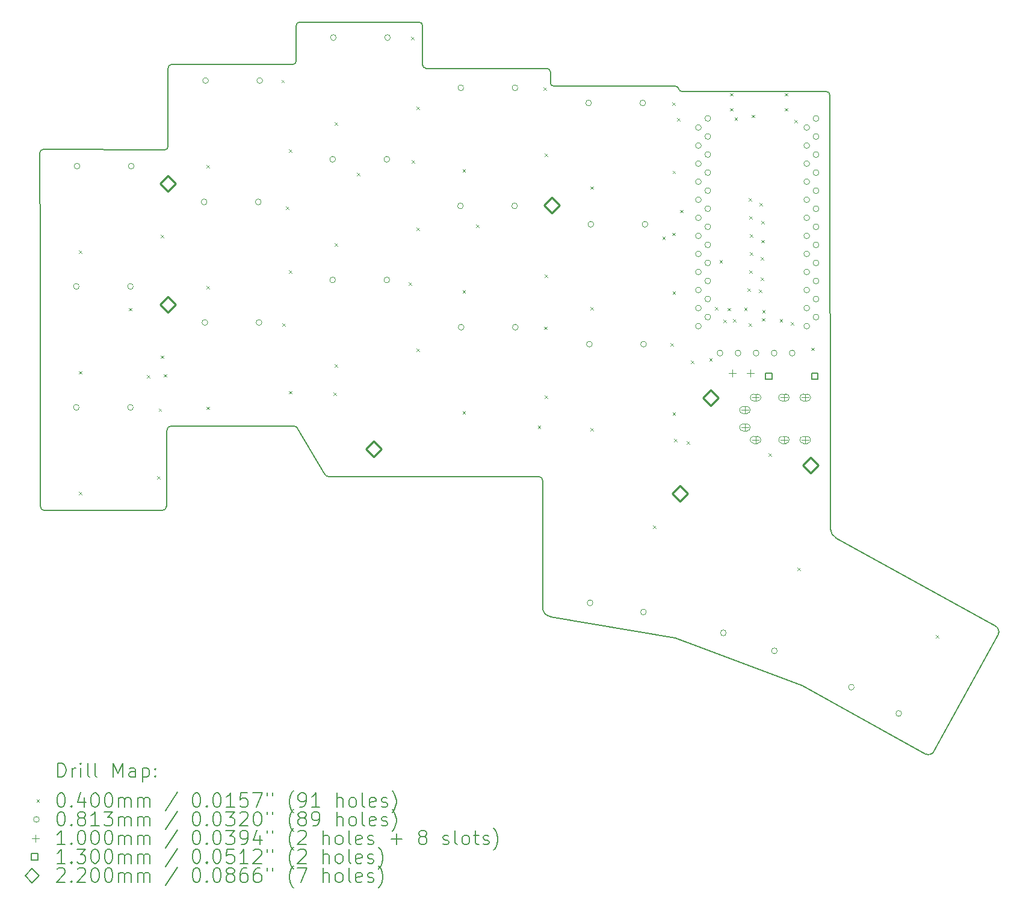
<source format=gbr>
%TF.GenerationSoftware,KiCad,Pcbnew,8.0.1*%
%TF.CreationDate,2024-07-30T22:50:06+02:00*%
%TF.ProjectId,chocofi,63686f63-6f66-4692-9e6b-696361645f70,0.2*%
%TF.SameCoordinates,Original*%
%TF.FileFunction,Drillmap*%
%TF.FilePolarity,Positive*%
%FSLAX45Y45*%
G04 Gerber Fmt 4.5, Leading zero omitted, Abs format (unit mm)*
G04 Created by KiCad (PCBNEW 8.0.1) date 2024-07-30 22:50:06*
%MOMM*%
%LPD*%
G01*
G04 APERTURE LIST*
%ADD10C,0.150000*%
%ADD11C,0.200000*%
%ADD12C,0.100000*%
%ADD13C,0.130000*%
%ADD14C,0.220000*%
G04 APERTURE END LIST*
D10*
X18762000Y-5380500D02*
X16733040Y-5381502D01*
X9451545Y-6202085D02*
X7741920Y-6197600D01*
X20280000Y-14660000D02*
X21180000Y-13020000D01*
X18420000Y-13740000D02*
X20160000Y-14700000D01*
X14883977Y-12769009D02*
X16635868Y-13072242D01*
X16636050Y-5305500D02*
G75*
G02*
X16685040Y-5345502I0J-50000D01*
G01*
X16733040Y-5381502D02*
G75*
G02*
X16685039Y-5345502I0J50002D01*
G01*
X16636050Y-5305500D02*
X14929320Y-5306902D01*
X9501545Y-6152085D02*
G75*
G02*
X9451545Y-6202085I-50005J5D01*
G01*
X9501712Y-5050682D02*
G75*
G02*
X9551712Y-5000682I49998J2D01*
G01*
X13031000Y-4403620D02*
X11353000Y-4404955D01*
X13081000Y-5005340D02*
X13081000Y-4453620D01*
X14829320Y-5056902D02*
X13131000Y-5055340D01*
X14879320Y-5256902D02*
X14879320Y-5106902D01*
X9501712Y-5050682D02*
X9501545Y-6152085D01*
X11254712Y-5000682D02*
X9551712Y-5000682D01*
X11303000Y-4454955D02*
X11304712Y-4950682D01*
X11304712Y-4950682D02*
G75*
G02*
X11254712Y-5000682I-50002J2D01*
G01*
X11303000Y-4454955D02*
G75*
G02*
X11353000Y-4404960I50000J-5D01*
G01*
X13031000Y-4403620D02*
G75*
G02*
X13081000Y-4453620I0J-50000D01*
G01*
X13131000Y-5055340D02*
G75*
G02*
X13081000Y-5005340I0J50000D01*
G01*
X14829320Y-5056902D02*
G75*
G02*
X14879318Y-5106902I0J-49998D01*
G01*
X14929320Y-5306902D02*
G75*
G02*
X14879318Y-5256902I0J50002D01*
G01*
X18762000Y-5380500D02*
G75*
G02*
X18812000Y-5430500I0J-50000D01*
G01*
X9545320Y-10086265D02*
X11262360Y-10086265D01*
X9479280Y-11074400D02*
X9484360Y-10147225D01*
X11262360Y-10086265D02*
G75*
G02*
X11329486Y-10129488I0J-73735D01*
G01*
X21140000Y-12900000D02*
G75*
G02*
X21180000Y-13020000I-40000J-80000D01*
G01*
X11760000Y-10800000D02*
G75*
G02*
X11700000Y-10760000I10000J80000D01*
G01*
X14720000Y-10800000D02*
G75*
G02*
X14770000Y-10850000I0J-50000D01*
G01*
X14770000Y-10850000D02*
X14770000Y-12640000D01*
X20280000Y-14660000D02*
G75*
G02*
X20160000Y-14700000I-80000J40000D01*
G01*
X7701280Y-9377680D02*
X7701280Y-11074400D01*
X7696200Y-6243320D02*
X7701280Y-7670800D01*
X18812000Y-5430500D02*
X18821400Y-11540000D01*
X14883977Y-12769009D02*
G75*
G02*
X14770000Y-12640000I16023J129009D01*
G01*
X9479280Y-11211560D02*
X9479280Y-11074400D01*
X9484360Y-10147225D02*
G75*
G02*
X9545320Y-10086270I60960J-5D01*
G01*
X18900000Y-11660000D02*
X21140000Y-12900000D01*
X9479280Y-11211560D02*
G75*
G02*
X9413240Y-11277600I-66040J0D01*
G01*
X7701280Y-11211560D02*
X7701280Y-11074400D01*
X14720000Y-10800000D02*
X11760000Y-10800000D01*
X7701280Y-7670800D02*
X7701280Y-9377680D01*
X11329486Y-10129488D02*
X11700000Y-10760000D01*
X7696200Y-6243320D02*
G75*
G02*
X7741920Y-6197600I45720J0D01*
G01*
X7767320Y-11277600D02*
X9413240Y-11277600D01*
X16635868Y-13072242D02*
X18420000Y-13740000D01*
X18900000Y-11660000D02*
G75*
G02*
X18821401Y-11540000I60000J125040D01*
G01*
X7767320Y-11277600D02*
G75*
G02*
X7701280Y-11211560I0J66040D01*
G01*
D11*
D12*
X8243500Y-7615000D02*
X8283500Y-7655000D01*
X8283500Y-7615000D02*
X8243500Y-7655000D01*
X8243500Y-9315000D02*
X8283500Y-9355000D01*
X8283500Y-9315000D02*
X8243500Y-9355000D01*
X8243500Y-11015000D02*
X8283500Y-11055000D01*
X8283500Y-11015000D02*
X8243500Y-11055000D01*
X8946200Y-8425500D02*
X8986200Y-8465500D01*
X8986200Y-8425500D02*
X8946200Y-8465500D01*
X9205280Y-9367840D02*
X9245280Y-9407840D01*
X9245280Y-9367840D02*
X9205280Y-9407840D01*
X9345000Y-10795000D02*
X9385000Y-10835000D01*
X9385000Y-10795000D02*
X9345000Y-10835000D01*
X9367840Y-9840280D02*
X9407840Y-9880280D01*
X9407840Y-9840280D02*
X9367840Y-9880280D01*
X9398500Y-7395000D02*
X9438500Y-7435000D01*
X9438500Y-7395000D02*
X9398500Y-7435000D01*
X9398500Y-9095000D02*
X9438500Y-9135000D01*
X9438500Y-9095000D02*
X9398500Y-9135000D01*
X9438960Y-9357680D02*
X9478960Y-9397680D01*
X9478960Y-9357680D02*
X9438960Y-9397680D01*
X10043500Y-6415000D02*
X10083500Y-6455000D01*
X10083500Y-6415000D02*
X10043500Y-6455000D01*
X10043500Y-8115000D02*
X10083500Y-8155000D01*
X10083500Y-8115000D02*
X10043500Y-8155000D01*
X10043500Y-9815000D02*
X10083500Y-9855000D01*
X10083500Y-9815000D02*
X10043500Y-9855000D01*
X11095040Y-5217480D02*
X11135040Y-5257480D01*
X11135040Y-5217480D02*
X11095040Y-5257480D01*
X11110280Y-8641400D02*
X11150280Y-8681400D01*
X11150280Y-8641400D02*
X11110280Y-8681400D01*
X11156000Y-7000560D02*
X11196000Y-7040560D01*
X11196000Y-7000560D02*
X11156000Y-7040560D01*
X11198500Y-6195000D02*
X11238500Y-6235000D01*
X11238500Y-6195000D02*
X11198500Y-6235000D01*
X11198500Y-7895000D02*
X11238500Y-7935000D01*
X11238500Y-7895000D02*
X11198500Y-7935000D01*
X11198500Y-9595000D02*
X11238500Y-9635000D01*
X11238500Y-9595000D02*
X11198500Y-9635000D01*
X11828000Y-9613450D02*
X11868000Y-9653450D01*
X11868000Y-9613450D02*
X11828000Y-9653450D01*
X11843500Y-5815000D02*
X11883500Y-5855000D01*
X11883500Y-5815000D02*
X11843500Y-5855000D01*
X11843500Y-7515000D02*
X11883500Y-7555000D01*
X11883500Y-7515000D02*
X11843500Y-7555000D01*
X11843500Y-9215000D02*
X11883500Y-9255000D01*
X11883500Y-9215000D02*
X11843500Y-9255000D01*
X12156760Y-6523040D02*
X12196760Y-6563040D01*
X12196760Y-6523040D02*
X12156760Y-6563040D01*
X12888280Y-8067360D02*
X12928280Y-8107360D01*
X12928280Y-8067360D02*
X12888280Y-8107360D01*
X12918760Y-4612960D02*
X12958760Y-4652960D01*
X12958760Y-4612960D02*
X12918760Y-4652960D01*
X12928920Y-6345240D02*
X12968920Y-6385240D01*
X12968920Y-6345240D02*
X12928920Y-6385240D01*
X12998500Y-5595000D02*
X13038500Y-5635000D01*
X13038500Y-5595000D02*
X12998500Y-5635000D01*
X12998500Y-7295000D02*
X13038500Y-7335000D01*
X13038500Y-7295000D02*
X12998500Y-7335000D01*
X12998500Y-8995000D02*
X13038500Y-9035000D01*
X13038500Y-8995000D02*
X12998500Y-9035000D01*
X13643500Y-6477000D02*
X13683500Y-6517000D01*
X13683500Y-6477000D02*
X13643500Y-6517000D01*
X13643500Y-8177000D02*
X13683500Y-8217000D01*
X13683500Y-8177000D02*
X13643500Y-8217000D01*
X13643500Y-9877500D02*
X13683500Y-9917500D01*
X13683500Y-9877500D02*
X13643500Y-9917500D01*
X13833160Y-7254560D02*
X13873160Y-7294560D01*
X13873160Y-7254560D02*
X13833160Y-7294560D01*
X14701840Y-10079040D02*
X14741840Y-10119040D01*
X14741840Y-10079040D02*
X14701840Y-10119040D01*
X14783120Y-5324160D02*
X14823120Y-5364160D01*
X14823120Y-5324160D02*
X14783120Y-5364160D01*
X14793280Y-8687120D02*
X14833280Y-8727120D01*
X14833280Y-8687120D02*
X14793280Y-8727120D01*
X14798500Y-6257000D02*
X14838500Y-6297000D01*
X14838500Y-6257000D02*
X14798500Y-6297000D01*
X14798500Y-7957000D02*
X14838500Y-7997000D01*
X14838500Y-7957000D02*
X14798500Y-7997000D01*
X14798500Y-9657500D02*
X14838500Y-9697500D01*
X14838500Y-9657500D02*
X14798500Y-9697500D01*
X15443500Y-6715000D02*
X15483500Y-6755000D01*
X15483500Y-6715000D02*
X15443500Y-6755000D01*
X15443500Y-8415000D02*
X15483500Y-8455000D01*
X15483500Y-8415000D02*
X15443500Y-8455000D01*
X15443500Y-10115000D02*
X15483500Y-10155000D01*
X15483500Y-10115000D02*
X15443500Y-10155000D01*
X16325968Y-11489566D02*
X16365968Y-11529566D01*
X16365968Y-11489566D02*
X16325968Y-11529566D01*
X16455000Y-7420000D02*
X16495000Y-7460000D01*
X16495000Y-7420000D02*
X16455000Y-7460000D01*
X16571280Y-8920800D02*
X16611280Y-8960800D01*
X16611280Y-8920800D02*
X16571280Y-8960800D01*
X16591600Y-5532440D02*
X16631600Y-5572440D01*
X16631600Y-5532440D02*
X16591600Y-5572440D01*
X16591600Y-7366320D02*
X16631600Y-7406320D01*
X16631600Y-7366320D02*
X16591600Y-7406320D01*
X16598500Y-6495000D02*
X16638500Y-6535000D01*
X16638500Y-6495000D02*
X16598500Y-6535000D01*
X16598500Y-8195000D02*
X16638500Y-8235000D01*
X16638500Y-8195000D02*
X16598500Y-8235000D01*
X16598500Y-9895000D02*
X16638500Y-9935000D01*
X16638500Y-9895000D02*
X16598500Y-9935000D01*
X16620000Y-10269000D02*
X16660000Y-10309000D01*
X16660000Y-10269000D02*
X16620000Y-10309000D01*
X16660950Y-5757400D02*
X16700950Y-5797400D01*
X16700950Y-5757400D02*
X16660950Y-5797400D01*
X16703360Y-7046280D02*
X16743360Y-7086280D01*
X16743360Y-7046280D02*
X16703360Y-7086280D01*
X16800000Y-10300000D02*
X16840000Y-10340000D01*
X16840000Y-10300000D02*
X16800000Y-10340000D01*
X16857250Y-9165000D02*
X16897250Y-9205000D01*
X16897250Y-9165000D02*
X16857250Y-9205000D01*
X17116156Y-9133844D02*
X17156156Y-9173844D01*
X17156156Y-9133844D02*
X17116156Y-9173844D01*
X17192550Y-8415000D02*
X17232550Y-8455000D01*
X17232550Y-8415000D02*
X17192550Y-8455000D01*
X17260000Y-7755000D02*
X17300000Y-7795000D01*
X17300000Y-7755000D02*
X17260000Y-7795000D01*
X17315500Y-8591659D02*
X17355500Y-8631659D01*
X17355500Y-8591659D02*
X17315500Y-8631659D01*
X17375000Y-8425000D02*
X17415000Y-8465000D01*
X17415000Y-8425000D02*
X17375000Y-8465000D01*
X17405000Y-5403750D02*
X17445000Y-5443750D01*
X17445000Y-5403750D02*
X17405000Y-5443750D01*
X17405000Y-5613750D02*
X17445000Y-5653750D01*
X17445000Y-5613750D02*
X17405000Y-5653750D01*
X17450000Y-8585000D02*
X17490000Y-8625000D01*
X17490000Y-8585000D02*
X17450000Y-8625000D01*
X17470000Y-5745000D02*
X17510000Y-5785000D01*
X17510000Y-5745000D02*
X17470000Y-5785000D01*
X17605000Y-8420000D02*
X17645000Y-8460000D01*
X17645000Y-8420000D02*
X17605000Y-8460000D01*
X17651705Y-8153090D02*
X17691705Y-8193090D01*
X17691705Y-8153090D02*
X17651705Y-8193090D01*
X17667425Y-8642575D02*
X17707425Y-8682575D01*
X17707425Y-8642575D02*
X17667425Y-8682575D01*
X17670000Y-6883040D02*
X17710000Y-6923040D01*
X17710000Y-6883040D02*
X17670000Y-6923040D01*
X17680000Y-7137040D02*
X17720000Y-7177040D01*
X17720000Y-7137040D02*
X17680000Y-7177040D01*
X17680000Y-7899040D02*
X17720000Y-7939040D01*
X17720000Y-7899040D02*
X17680000Y-7939040D01*
X17685000Y-7391040D02*
X17725000Y-7431040D01*
X17725000Y-7391040D02*
X17685000Y-7431040D01*
X17685000Y-7645040D02*
X17725000Y-7685040D01*
X17725000Y-7645040D02*
X17685000Y-7685040D01*
X17715000Y-5708750D02*
X17755000Y-5748750D01*
X17755000Y-5708750D02*
X17715000Y-5748750D01*
X17815000Y-8165000D02*
X17855000Y-8205000D01*
X17855000Y-8165000D02*
X17815000Y-8205000D01*
X17822500Y-6945490D02*
X17862500Y-6985490D01*
X17862500Y-6945490D02*
X17822500Y-6985490D01*
X17840000Y-7710000D02*
X17880000Y-7750000D01*
X17880000Y-7710000D02*
X17840000Y-7750000D01*
X17840000Y-7997550D02*
X17880000Y-8037550D01*
X17880000Y-7997550D02*
X17840000Y-8037550D01*
X17845000Y-7470000D02*
X17885000Y-7510000D01*
X17885000Y-7470000D02*
X17845000Y-7510000D01*
X17845152Y-7199490D02*
X17885152Y-7239490D01*
X17885152Y-7199490D02*
X17845152Y-7239490D01*
X17855000Y-8570000D02*
X17895000Y-8610000D01*
X17895000Y-8570000D02*
X17855000Y-8610000D01*
X17860000Y-8455000D02*
X17900000Y-8495000D01*
X17900000Y-8455000D02*
X17860000Y-8495000D01*
X17950000Y-10470000D02*
X17990000Y-10510000D01*
X17990000Y-10470000D02*
X17950000Y-10510000D01*
X18105092Y-8582550D02*
X18145092Y-8622550D01*
X18145092Y-8582550D02*
X18105092Y-8622550D01*
X18175000Y-5403750D02*
X18215000Y-5443750D01*
X18215000Y-5403750D02*
X18175000Y-5443750D01*
X18175000Y-5613750D02*
X18215000Y-5653750D01*
X18215000Y-5613750D02*
X18175000Y-5653750D01*
X18260758Y-8624242D02*
X18300758Y-8664242D01*
X18300758Y-8624242D02*
X18260758Y-8664242D01*
X18310499Y-5780499D02*
X18350499Y-5820499D01*
X18350499Y-5780499D02*
X18310499Y-5820499D01*
X18357973Y-12076220D02*
X18397973Y-12116220D01*
X18397973Y-12076220D02*
X18357973Y-12116220D01*
X18550000Y-8985000D02*
X18590000Y-9025000D01*
X18590000Y-8985000D02*
X18550000Y-9025000D01*
X20303338Y-13028990D02*
X20343338Y-13068990D01*
X20343338Y-13028990D02*
X20303338Y-13068990D01*
X8249920Y-8122920D02*
G75*
G02*
X8168640Y-8122920I-40640J0D01*
G01*
X8168640Y-8122920D02*
G75*
G02*
X8249920Y-8122920I40640J0D01*
G01*
X8249920Y-9824720D02*
G75*
G02*
X8168640Y-9824720I-40640J0D01*
G01*
X8168640Y-9824720D02*
G75*
G02*
X8249920Y-9824720I40640J0D01*
G01*
X8260080Y-6431280D02*
G75*
G02*
X8178800Y-6431280I-40640J0D01*
G01*
X8178800Y-6431280D02*
G75*
G02*
X8260080Y-6431280I40640J0D01*
G01*
X9011920Y-8122920D02*
G75*
G02*
X8930640Y-8122920I-40640J0D01*
G01*
X8930640Y-8122920D02*
G75*
G02*
X9011920Y-8122920I40640J0D01*
G01*
X9011920Y-9824720D02*
G75*
G02*
X8930640Y-9824720I-40640J0D01*
G01*
X8930640Y-9824720D02*
G75*
G02*
X9011920Y-9824720I40640J0D01*
G01*
X9022080Y-6431280D02*
G75*
G02*
X8940800Y-6431280I-40640J0D01*
G01*
X8940800Y-6431280D02*
G75*
G02*
X9022080Y-6431280I40640J0D01*
G01*
X10048240Y-6934200D02*
G75*
G02*
X9966960Y-6934200I-40640J0D01*
G01*
X9966960Y-6934200D02*
G75*
G02*
X10048240Y-6934200I40640J0D01*
G01*
X10058400Y-8630920D02*
G75*
G02*
X9977120Y-8630920I-40640J0D01*
G01*
X9977120Y-8630920D02*
G75*
G02*
X10058400Y-8630920I40640J0D01*
G01*
X10068560Y-5227320D02*
G75*
G02*
X9987280Y-5227320I-40640J0D01*
G01*
X9987280Y-5227320D02*
G75*
G02*
X10068560Y-5227320I40640J0D01*
G01*
X10810240Y-6934200D02*
G75*
G02*
X10728960Y-6934200I-40640J0D01*
G01*
X10728960Y-6934200D02*
G75*
G02*
X10810240Y-6934200I40640J0D01*
G01*
X10820400Y-8630920D02*
G75*
G02*
X10739120Y-8630920I-40640J0D01*
G01*
X10739120Y-8630920D02*
G75*
G02*
X10820400Y-8630920I40640J0D01*
G01*
X10830560Y-5227320D02*
G75*
G02*
X10749280Y-5227320I-40640J0D01*
G01*
X10749280Y-5227320D02*
G75*
G02*
X10830560Y-5227320I40640J0D01*
G01*
X11856720Y-6334760D02*
G75*
G02*
X11775440Y-6334760I-40640J0D01*
G01*
X11775440Y-6334760D02*
G75*
G02*
X11856720Y-6334760I40640J0D01*
G01*
X11856720Y-8031480D02*
G75*
G02*
X11775440Y-8031480I-40640J0D01*
G01*
X11775440Y-8031480D02*
G75*
G02*
X11856720Y-8031480I40640J0D01*
G01*
X11866880Y-4622800D02*
G75*
G02*
X11785600Y-4622800I-40640J0D01*
G01*
X11785600Y-4622800D02*
G75*
G02*
X11866880Y-4622800I40640J0D01*
G01*
X12618720Y-6334760D02*
G75*
G02*
X12537440Y-6334760I-40640J0D01*
G01*
X12537440Y-6334760D02*
G75*
G02*
X12618720Y-6334760I40640J0D01*
G01*
X12618720Y-8031480D02*
G75*
G02*
X12537440Y-8031480I-40640J0D01*
G01*
X12537440Y-8031480D02*
G75*
G02*
X12618720Y-8031480I40640J0D01*
G01*
X12628880Y-4622800D02*
G75*
G02*
X12547600Y-4622800I-40640J0D01*
G01*
X12547600Y-4622800D02*
G75*
G02*
X12628880Y-4622800I40640J0D01*
G01*
X13655040Y-6990080D02*
G75*
G02*
X13573760Y-6990080I-40640J0D01*
G01*
X13573760Y-6990080D02*
G75*
G02*
X13655040Y-6990080I40640J0D01*
G01*
X13660120Y-5328920D02*
G75*
G02*
X13578840Y-5328920I-40640J0D01*
G01*
X13578840Y-5328920D02*
G75*
G02*
X13660120Y-5328920I40640J0D01*
G01*
X13665200Y-8696960D02*
G75*
G02*
X13583920Y-8696960I-40640J0D01*
G01*
X13583920Y-8696960D02*
G75*
G02*
X13665200Y-8696960I40640J0D01*
G01*
X14417040Y-6990080D02*
G75*
G02*
X14335760Y-6990080I-40640J0D01*
G01*
X14335760Y-6990080D02*
G75*
G02*
X14417040Y-6990080I40640J0D01*
G01*
X14422120Y-5328920D02*
G75*
G02*
X14340840Y-5328920I-40640J0D01*
G01*
X14340840Y-5328920D02*
G75*
G02*
X14422120Y-5328920I40640J0D01*
G01*
X14427200Y-8696960D02*
G75*
G02*
X14345920Y-8696960I-40640J0D01*
G01*
X14345920Y-8696960D02*
G75*
G02*
X14427200Y-8696960I40640J0D01*
G01*
X15458440Y-5542280D02*
G75*
G02*
X15377160Y-5542280I-40640J0D01*
G01*
X15377160Y-5542280D02*
G75*
G02*
X15458440Y-5542280I40640J0D01*
G01*
X15468600Y-8935720D02*
G75*
G02*
X15387320Y-8935720I-40640J0D01*
G01*
X15387320Y-8935720D02*
G75*
G02*
X15468600Y-8935720I40640J0D01*
G01*
X15478630Y-12574073D02*
G75*
G02*
X15397350Y-12574073I-40640J0D01*
G01*
X15397350Y-12574073D02*
G75*
G02*
X15478630Y-12574073I40640J0D01*
G01*
X15488920Y-7249160D02*
G75*
G02*
X15407640Y-7249160I-40640J0D01*
G01*
X15407640Y-7249160D02*
G75*
G02*
X15488920Y-7249160I40640J0D01*
G01*
X16220440Y-5542280D02*
G75*
G02*
X16139160Y-5542280I-40640J0D01*
G01*
X16139160Y-5542280D02*
G75*
G02*
X16220440Y-5542280I40640J0D01*
G01*
X16229511Y-12703773D02*
G75*
G02*
X16148231Y-12703773I-40640J0D01*
G01*
X16148231Y-12703773D02*
G75*
G02*
X16229511Y-12703773I40640J0D01*
G01*
X16230600Y-8935720D02*
G75*
G02*
X16149320Y-8935720I-40640J0D01*
G01*
X16149320Y-8935720D02*
G75*
G02*
X16230600Y-8935720I40640J0D01*
G01*
X16250920Y-7249160D02*
G75*
G02*
X16169640Y-7249160I-40640J0D01*
G01*
X16169640Y-7249160D02*
G75*
G02*
X16250920Y-7249160I40640J0D01*
G01*
X17002640Y-5887040D02*
G75*
G02*
X16921360Y-5887040I-40640J0D01*
G01*
X16921360Y-5887040D02*
G75*
G02*
X17002640Y-5887040I40640J0D01*
G01*
X17002640Y-6141040D02*
G75*
G02*
X16921360Y-6141040I-40640J0D01*
G01*
X16921360Y-6141040D02*
G75*
G02*
X17002640Y-6141040I40640J0D01*
G01*
X17002640Y-6395040D02*
G75*
G02*
X16921360Y-6395040I-40640J0D01*
G01*
X16921360Y-6395040D02*
G75*
G02*
X17002640Y-6395040I40640J0D01*
G01*
X17002640Y-6649040D02*
G75*
G02*
X16921360Y-6649040I-40640J0D01*
G01*
X16921360Y-6649040D02*
G75*
G02*
X17002640Y-6649040I40640J0D01*
G01*
X17002640Y-6903040D02*
G75*
G02*
X16921360Y-6903040I-40640J0D01*
G01*
X16921360Y-6903040D02*
G75*
G02*
X17002640Y-6903040I40640J0D01*
G01*
X17002640Y-7157040D02*
G75*
G02*
X16921360Y-7157040I-40640J0D01*
G01*
X16921360Y-7157040D02*
G75*
G02*
X17002640Y-7157040I40640J0D01*
G01*
X17002640Y-7411040D02*
G75*
G02*
X16921360Y-7411040I-40640J0D01*
G01*
X16921360Y-7411040D02*
G75*
G02*
X17002640Y-7411040I40640J0D01*
G01*
X17002640Y-7665040D02*
G75*
G02*
X16921360Y-7665040I-40640J0D01*
G01*
X16921360Y-7665040D02*
G75*
G02*
X17002640Y-7665040I40640J0D01*
G01*
X17002640Y-7919040D02*
G75*
G02*
X16921360Y-7919040I-40640J0D01*
G01*
X16921360Y-7919040D02*
G75*
G02*
X17002640Y-7919040I40640J0D01*
G01*
X17002640Y-8173040D02*
G75*
G02*
X16921360Y-8173040I-40640J0D01*
G01*
X16921360Y-8173040D02*
G75*
G02*
X17002640Y-8173040I40640J0D01*
G01*
X17002640Y-8427040D02*
G75*
G02*
X16921360Y-8427040I-40640J0D01*
G01*
X16921360Y-8427040D02*
G75*
G02*
X17002640Y-8427040I40640J0D01*
G01*
X17002640Y-8681040D02*
G75*
G02*
X16921360Y-8681040I-40640J0D01*
G01*
X16921360Y-8681040D02*
G75*
G02*
X17002640Y-8681040I40640J0D01*
G01*
X17135280Y-5760040D02*
G75*
G02*
X17054000Y-5760040I-40640J0D01*
G01*
X17054000Y-5760040D02*
G75*
G02*
X17135280Y-5760040I40640J0D01*
G01*
X17135280Y-6014040D02*
G75*
G02*
X17054000Y-6014040I-40640J0D01*
G01*
X17054000Y-6014040D02*
G75*
G02*
X17135280Y-6014040I40640J0D01*
G01*
X17135280Y-6268040D02*
G75*
G02*
X17054000Y-6268040I-40640J0D01*
G01*
X17054000Y-6268040D02*
G75*
G02*
X17135280Y-6268040I40640J0D01*
G01*
X17135280Y-6522040D02*
G75*
G02*
X17054000Y-6522040I-40640J0D01*
G01*
X17054000Y-6522040D02*
G75*
G02*
X17135280Y-6522040I40640J0D01*
G01*
X17135280Y-6776040D02*
G75*
G02*
X17054000Y-6776040I-40640J0D01*
G01*
X17054000Y-6776040D02*
G75*
G02*
X17135280Y-6776040I40640J0D01*
G01*
X17135280Y-7030040D02*
G75*
G02*
X17054000Y-7030040I-40640J0D01*
G01*
X17054000Y-7030040D02*
G75*
G02*
X17135280Y-7030040I40640J0D01*
G01*
X17135280Y-7284040D02*
G75*
G02*
X17054000Y-7284040I-40640J0D01*
G01*
X17054000Y-7284040D02*
G75*
G02*
X17135280Y-7284040I40640J0D01*
G01*
X17135280Y-7538040D02*
G75*
G02*
X17054000Y-7538040I-40640J0D01*
G01*
X17054000Y-7538040D02*
G75*
G02*
X17135280Y-7538040I40640J0D01*
G01*
X17135280Y-7792040D02*
G75*
G02*
X17054000Y-7792040I-40640J0D01*
G01*
X17054000Y-7792040D02*
G75*
G02*
X17135280Y-7792040I40640J0D01*
G01*
X17135280Y-8046040D02*
G75*
G02*
X17054000Y-8046040I-40640J0D01*
G01*
X17054000Y-8046040D02*
G75*
G02*
X17135280Y-8046040I40640J0D01*
G01*
X17135280Y-8300040D02*
G75*
G02*
X17054000Y-8300040I-40640J0D01*
G01*
X17054000Y-8300040D02*
G75*
G02*
X17135280Y-8300040I40640J0D01*
G01*
X17135280Y-8554040D02*
G75*
G02*
X17054000Y-8554040I-40640J0D01*
G01*
X17054000Y-8554040D02*
G75*
G02*
X17135280Y-8554040I40640J0D01*
G01*
X17306640Y-9060840D02*
G75*
G02*
X17225360Y-9060840I-40640J0D01*
G01*
X17225360Y-9060840D02*
G75*
G02*
X17306640Y-9060840I40640J0D01*
G01*
X17353472Y-12996569D02*
G75*
G02*
X17272192Y-12996569I-40640J0D01*
G01*
X17272192Y-12996569D02*
G75*
G02*
X17353472Y-12996569I40640J0D01*
G01*
X17560640Y-9060840D02*
G75*
G02*
X17479360Y-9060840I-40640J0D01*
G01*
X17479360Y-9060840D02*
G75*
G02*
X17560640Y-9060840I40640J0D01*
G01*
X17814640Y-9060840D02*
G75*
G02*
X17733360Y-9060840I-40640J0D01*
G01*
X17733360Y-9060840D02*
G75*
G02*
X17814640Y-9060840I40640J0D01*
G01*
X18068640Y-9060840D02*
G75*
G02*
X17987360Y-9060840I-40640J0D01*
G01*
X17987360Y-9060840D02*
G75*
G02*
X18068640Y-9060840I40640J0D01*
G01*
X18072208Y-13249676D02*
G75*
G02*
X17990928Y-13249676I-40640J0D01*
G01*
X17990928Y-13249676D02*
G75*
G02*
X18072208Y-13249676I40640J0D01*
G01*
X18322640Y-9060840D02*
G75*
G02*
X18241360Y-9060840I-40640J0D01*
G01*
X18241360Y-9060840D02*
G75*
G02*
X18322640Y-9060840I40640J0D01*
G01*
X18526640Y-5887040D02*
G75*
G02*
X18445360Y-5887040I-40640J0D01*
G01*
X18445360Y-5887040D02*
G75*
G02*
X18526640Y-5887040I40640J0D01*
G01*
X18526640Y-6141040D02*
G75*
G02*
X18445360Y-6141040I-40640J0D01*
G01*
X18445360Y-6141040D02*
G75*
G02*
X18526640Y-6141040I40640J0D01*
G01*
X18526640Y-6395040D02*
G75*
G02*
X18445360Y-6395040I-40640J0D01*
G01*
X18445360Y-6395040D02*
G75*
G02*
X18526640Y-6395040I40640J0D01*
G01*
X18526640Y-6649040D02*
G75*
G02*
X18445360Y-6649040I-40640J0D01*
G01*
X18445360Y-6649040D02*
G75*
G02*
X18526640Y-6649040I40640J0D01*
G01*
X18526640Y-6903040D02*
G75*
G02*
X18445360Y-6903040I-40640J0D01*
G01*
X18445360Y-6903040D02*
G75*
G02*
X18526640Y-6903040I40640J0D01*
G01*
X18526640Y-7157040D02*
G75*
G02*
X18445360Y-7157040I-40640J0D01*
G01*
X18445360Y-7157040D02*
G75*
G02*
X18526640Y-7157040I40640J0D01*
G01*
X18526640Y-7411040D02*
G75*
G02*
X18445360Y-7411040I-40640J0D01*
G01*
X18445360Y-7411040D02*
G75*
G02*
X18526640Y-7411040I40640J0D01*
G01*
X18526640Y-7665040D02*
G75*
G02*
X18445360Y-7665040I-40640J0D01*
G01*
X18445360Y-7665040D02*
G75*
G02*
X18526640Y-7665040I40640J0D01*
G01*
X18526640Y-7919040D02*
G75*
G02*
X18445360Y-7919040I-40640J0D01*
G01*
X18445360Y-7919040D02*
G75*
G02*
X18526640Y-7919040I40640J0D01*
G01*
X18526640Y-8173040D02*
G75*
G02*
X18445360Y-8173040I-40640J0D01*
G01*
X18445360Y-8173040D02*
G75*
G02*
X18526640Y-8173040I40640J0D01*
G01*
X18526640Y-8427040D02*
G75*
G02*
X18445360Y-8427040I-40640J0D01*
G01*
X18445360Y-8427040D02*
G75*
G02*
X18526640Y-8427040I40640J0D01*
G01*
X18526640Y-8681040D02*
G75*
G02*
X18445360Y-8681040I-40640J0D01*
G01*
X18445360Y-8681040D02*
G75*
G02*
X18526640Y-8681040I40640J0D01*
G01*
X18657280Y-5760040D02*
G75*
G02*
X18576000Y-5760040I-40640J0D01*
G01*
X18576000Y-5760040D02*
G75*
G02*
X18657280Y-5760040I40640J0D01*
G01*
X18657280Y-6014040D02*
G75*
G02*
X18576000Y-6014040I-40640J0D01*
G01*
X18576000Y-6014040D02*
G75*
G02*
X18657280Y-6014040I40640J0D01*
G01*
X18657280Y-6268040D02*
G75*
G02*
X18576000Y-6268040I-40640J0D01*
G01*
X18576000Y-6268040D02*
G75*
G02*
X18657280Y-6268040I40640J0D01*
G01*
X18657280Y-6522040D02*
G75*
G02*
X18576000Y-6522040I-40640J0D01*
G01*
X18576000Y-6522040D02*
G75*
G02*
X18657280Y-6522040I40640J0D01*
G01*
X18657280Y-6776040D02*
G75*
G02*
X18576000Y-6776040I-40640J0D01*
G01*
X18576000Y-6776040D02*
G75*
G02*
X18657280Y-6776040I40640J0D01*
G01*
X18657280Y-7030040D02*
G75*
G02*
X18576000Y-7030040I-40640J0D01*
G01*
X18576000Y-7030040D02*
G75*
G02*
X18657280Y-7030040I40640J0D01*
G01*
X18657280Y-7284040D02*
G75*
G02*
X18576000Y-7284040I-40640J0D01*
G01*
X18576000Y-7284040D02*
G75*
G02*
X18657280Y-7284040I40640J0D01*
G01*
X18657280Y-7538040D02*
G75*
G02*
X18576000Y-7538040I-40640J0D01*
G01*
X18576000Y-7538040D02*
G75*
G02*
X18657280Y-7538040I40640J0D01*
G01*
X18657280Y-7792040D02*
G75*
G02*
X18576000Y-7792040I-40640J0D01*
G01*
X18576000Y-7792040D02*
G75*
G02*
X18657280Y-7792040I40640J0D01*
G01*
X18657280Y-8046040D02*
G75*
G02*
X18576000Y-8046040I-40640J0D01*
G01*
X18576000Y-8046040D02*
G75*
G02*
X18657280Y-8046040I40640J0D01*
G01*
X18657280Y-8300040D02*
G75*
G02*
X18576000Y-8300040I-40640J0D01*
G01*
X18576000Y-8300040D02*
G75*
G02*
X18657280Y-8300040I40640J0D01*
G01*
X18657280Y-8554040D02*
G75*
G02*
X18576000Y-8554040I-40640J0D01*
G01*
X18576000Y-8554040D02*
G75*
G02*
X18657280Y-8554040I40640J0D01*
G01*
X19154599Y-13761057D02*
G75*
G02*
X19073319Y-13761057I-40640J0D01*
G01*
X19073319Y-13761057D02*
G75*
G02*
X19154599Y-13761057I40640J0D01*
G01*
X19821059Y-14130482D02*
G75*
G02*
X19739779Y-14130482I-40640J0D01*
G01*
X19739779Y-14130482D02*
G75*
G02*
X19821059Y-14130482I40640J0D01*
G01*
X17438500Y-9291250D02*
X17438500Y-9391250D01*
X17388500Y-9341250D02*
X17488500Y-9341250D01*
X17616000Y-9811100D02*
X17616000Y-9911100D01*
X17566000Y-9861100D02*
X17666000Y-9861100D01*
X17641000Y-9811100D02*
X17591000Y-9811100D01*
X17591000Y-9911100D02*
G75*
G02*
X17591000Y-9811100I0J50000D01*
G01*
X17591000Y-9911100D02*
X17641000Y-9911100D01*
X17641000Y-9911100D02*
G75*
G03*
X17641000Y-9811100I0J50000D01*
G01*
X17616000Y-10056100D02*
X17616000Y-10156100D01*
X17566000Y-10106100D02*
X17666000Y-10106100D01*
X17641000Y-10056100D02*
X17591000Y-10056100D01*
X17591000Y-10156100D02*
G75*
G02*
X17591000Y-10056100I0J50000D01*
G01*
X17591000Y-10156100D02*
X17641000Y-10156100D01*
X17641000Y-10156100D02*
G75*
G03*
X17641000Y-10056100I0J50000D01*
G01*
X17692500Y-9291250D02*
X17692500Y-9391250D01*
X17642500Y-9341250D02*
X17742500Y-9341250D01*
X17766000Y-9636100D02*
X17766000Y-9736100D01*
X17716000Y-9686100D02*
X17816000Y-9686100D01*
X17791000Y-9636100D02*
X17741000Y-9636100D01*
X17741000Y-9736100D02*
G75*
G02*
X17741000Y-9636100I0J50000D01*
G01*
X17741000Y-9736100D02*
X17791000Y-9736100D01*
X17791000Y-9736100D02*
G75*
G03*
X17791000Y-9636100I0J50000D01*
G01*
X17766000Y-10231100D02*
X17766000Y-10331100D01*
X17716000Y-10281100D02*
X17816000Y-10281100D01*
X17791000Y-10231100D02*
X17741000Y-10231100D01*
X17741000Y-10331100D02*
G75*
G02*
X17741000Y-10231100I0J50000D01*
G01*
X17741000Y-10331100D02*
X17791000Y-10331100D01*
X17791000Y-10331100D02*
G75*
G03*
X17791000Y-10231100I0J50000D01*
G01*
X18166000Y-9636100D02*
X18166000Y-9736100D01*
X18116000Y-9686100D02*
X18216000Y-9686100D01*
X18191000Y-9636100D02*
X18141000Y-9636100D01*
X18141000Y-9736100D02*
G75*
G02*
X18141000Y-9636100I0J50000D01*
G01*
X18141000Y-9736100D02*
X18191000Y-9736100D01*
X18191000Y-9736100D02*
G75*
G03*
X18191000Y-9636100I0J50000D01*
G01*
X18166000Y-10231100D02*
X18166000Y-10331100D01*
X18116000Y-10281100D02*
X18216000Y-10281100D01*
X18191000Y-10231100D02*
X18141000Y-10231100D01*
X18141000Y-10331100D02*
G75*
G02*
X18141000Y-10231100I0J50000D01*
G01*
X18141000Y-10331100D02*
X18191000Y-10331100D01*
X18191000Y-10331100D02*
G75*
G03*
X18191000Y-10231100I0J50000D01*
G01*
X18466000Y-9636100D02*
X18466000Y-9736100D01*
X18416000Y-9686100D02*
X18516000Y-9686100D01*
X18491000Y-9636100D02*
X18441000Y-9636100D01*
X18441000Y-9736100D02*
G75*
G02*
X18441000Y-9636100I0J50000D01*
G01*
X18441000Y-9736100D02*
X18491000Y-9736100D01*
X18491000Y-9736100D02*
G75*
G03*
X18491000Y-9636100I0J50000D01*
G01*
X18466000Y-10231100D02*
X18466000Y-10331100D01*
X18416000Y-10281100D02*
X18516000Y-10281100D01*
X18491000Y-10231100D02*
X18441000Y-10231100D01*
X18441000Y-10331100D02*
G75*
G02*
X18441000Y-10231100I0J50000D01*
G01*
X18441000Y-10331100D02*
X18491000Y-10331100D01*
X18491000Y-10331100D02*
G75*
G03*
X18491000Y-10231100I0J50000D01*
G01*
D13*
X17996262Y-9431262D02*
X17996262Y-9339338D01*
X17904338Y-9339338D01*
X17904338Y-9431262D01*
X17996262Y-9431262D01*
X18646262Y-9431262D02*
X18646262Y-9339338D01*
X18554338Y-9339338D01*
X18554338Y-9431262D01*
X18646262Y-9431262D01*
D14*
X9500000Y-6790200D02*
X9610000Y-6680200D01*
X9500000Y-6570200D01*
X9390000Y-6680200D01*
X9500000Y-6790200D01*
X9500000Y-8492000D02*
X9610000Y-8382000D01*
X9500000Y-8272000D01*
X9390000Y-8382000D01*
X9500000Y-8492000D01*
X12395200Y-10524000D02*
X12505200Y-10414000D01*
X12395200Y-10304000D01*
X12285200Y-10414000D01*
X12395200Y-10524000D01*
X14897100Y-7095000D02*
X15007100Y-6985000D01*
X14897100Y-6875000D01*
X14787100Y-6985000D01*
X14897100Y-7095000D01*
X16700500Y-11146300D02*
X16810500Y-11036300D01*
X16700500Y-10926300D01*
X16590500Y-11036300D01*
X16700500Y-11146300D01*
X17132300Y-9800100D02*
X17242300Y-9690100D01*
X17132300Y-9580100D01*
X17022300Y-9690100D01*
X17132300Y-9800100D01*
X18542000Y-10752600D02*
X18652000Y-10642600D01*
X18542000Y-10532600D01*
X18432000Y-10642600D01*
X18542000Y-10752600D01*
D11*
X7949477Y-15028426D02*
X7949477Y-14828426D01*
X7949477Y-14828426D02*
X7997096Y-14828426D01*
X7997096Y-14828426D02*
X8025667Y-14837950D01*
X8025667Y-14837950D02*
X8044715Y-14856998D01*
X8044715Y-14856998D02*
X8054239Y-14876045D01*
X8054239Y-14876045D02*
X8063762Y-14914141D01*
X8063762Y-14914141D02*
X8063762Y-14942712D01*
X8063762Y-14942712D02*
X8054239Y-14980807D01*
X8054239Y-14980807D02*
X8044715Y-14999855D01*
X8044715Y-14999855D02*
X8025667Y-15018903D01*
X8025667Y-15018903D02*
X7997096Y-15028426D01*
X7997096Y-15028426D02*
X7949477Y-15028426D01*
X8149477Y-15028426D02*
X8149477Y-14895093D01*
X8149477Y-14933188D02*
X8159001Y-14914141D01*
X8159001Y-14914141D02*
X8168524Y-14904617D01*
X8168524Y-14904617D02*
X8187572Y-14895093D01*
X8187572Y-14895093D02*
X8206620Y-14895093D01*
X8273286Y-15028426D02*
X8273286Y-14895093D01*
X8273286Y-14828426D02*
X8263762Y-14837950D01*
X8263762Y-14837950D02*
X8273286Y-14847474D01*
X8273286Y-14847474D02*
X8282810Y-14837950D01*
X8282810Y-14837950D02*
X8273286Y-14828426D01*
X8273286Y-14828426D02*
X8273286Y-14847474D01*
X8397096Y-15028426D02*
X8378048Y-15018903D01*
X8378048Y-15018903D02*
X8368524Y-14999855D01*
X8368524Y-14999855D02*
X8368524Y-14828426D01*
X8501858Y-15028426D02*
X8482810Y-15018903D01*
X8482810Y-15018903D02*
X8473286Y-14999855D01*
X8473286Y-14999855D02*
X8473286Y-14828426D01*
X8730429Y-15028426D02*
X8730429Y-14828426D01*
X8730429Y-14828426D02*
X8797096Y-14971284D01*
X8797096Y-14971284D02*
X8863763Y-14828426D01*
X8863763Y-14828426D02*
X8863763Y-15028426D01*
X9044715Y-15028426D02*
X9044715Y-14923665D01*
X9044715Y-14923665D02*
X9035191Y-14904617D01*
X9035191Y-14904617D02*
X9016144Y-14895093D01*
X9016144Y-14895093D02*
X8978048Y-14895093D01*
X8978048Y-14895093D02*
X8959001Y-14904617D01*
X9044715Y-15018903D02*
X9025667Y-15028426D01*
X9025667Y-15028426D02*
X8978048Y-15028426D01*
X8978048Y-15028426D02*
X8959001Y-15018903D01*
X8959001Y-15018903D02*
X8949477Y-14999855D01*
X8949477Y-14999855D02*
X8949477Y-14980807D01*
X8949477Y-14980807D02*
X8959001Y-14961760D01*
X8959001Y-14961760D02*
X8978048Y-14952236D01*
X8978048Y-14952236D02*
X9025667Y-14952236D01*
X9025667Y-14952236D02*
X9044715Y-14942712D01*
X9139953Y-14895093D02*
X9139953Y-15095093D01*
X9139953Y-14904617D02*
X9159001Y-14895093D01*
X9159001Y-14895093D02*
X9197096Y-14895093D01*
X9197096Y-14895093D02*
X9216144Y-14904617D01*
X9216144Y-14904617D02*
X9225667Y-14914141D01*
X9225667Y-14914141D02*
X9235191Y-14933188D01*
X9235191Y-14933188D02*
X9235191Y-14990331D01*
X9235191Y-14990331D02*
X9225667Y-15009379D01*
X9225667Y-15009379D02*
X9216144Y-15018903D01*
X9216144Y-15018903D02*
X9197096Y-15028426D01*
X9197096Y-15028426D02*
X9159001Y-15028426D01*
X9159001Y-15028426D02*
X9139953Y-15018903D01*
X9320905Y-15009379D02*
X9330429Y-15018903D01*
X9330429Y-15018903D02*
X9320905Y-15028426D01*
X9320905Y-15028426D02*
X9311382Y-15018903D01*
X9311382Y-15018903D02*
X9320905Y-15009379D01*
X9320905Y-15009379D02*
X9320905Y-15028426D01*
X9320905Y-14904617D02*
X9330429Y-14914141D01*
X9330429Y-14914141D02*
X9320905Y-14923665D01*
X9320905Y-14923665D02*
X9311382Y-14914141D01*
X9311382Y-14914141D02*
X9320905Y-14904617D01*
X9320905Y-14904617D02*
X9320905Y-14923665D01*
D12*
X7648700Y-15336943D02*
X7688700Y-15376943D01*
X7688700Y-15336943D02*
X7648700Y-15376943D01*
D11*
X7987572Y-15248426D02*
X8006620Y-15248426D01*
X8006620Y-15248426D02*
X8025667Y-15257950D01*
X8025667Y-15257950D02*
X8035191Y-15267474D01*
X8035191Y-15267474D02*
X8044715Y-15286522D01*
X8044715Y-15286522D02*
X8054239Y-15324617D01*
X8054239Y-15324617D02*
X8054239Y-15372236D01*
X8054239Y-15372236D02*
X8044715Y-15410331D01*
X8044715Y-15410331D02*
X8035191Y-15429379D01*
X8035191Y-15429379D02*
X8025667Y-15438903D01*
X8025667Y-15438903D02*
X8006620Y-15448426D01*
X8006620Y-15448426D02*
X7987572Y-15448426D01*
X7987572Y-15448426D02*
X7968524Y-15438903D01*
X7968524Y-15438903D02*
X7959001Y-15429379D01*
X7959001Y-15429379D02*
X7949477Y-15410331D01*
X7949477Y-15410331D02*
X7939953Y-15372236D01*
X7939953Y-15372236D02*
X7939953Y-15324617D01*
X7939953Y-15324617D02*
X7949477Y-15286522D01*
X7949477Y-15286522D02*
X7959001Y-15267474D01*
X7959001Y-15267474D02*
X7968524Y-15257950D01*
X7968524Y-15257950D02*
X7987572Y-15248426D01*
X8139953Y-15429379D02*
X8149477Y-15438903D01*
X8149477Y-15438903D02*
X8139953Y-15448426D01*
X8139953Y-15448426D02*
X8130429Y-15438903D01*
X8130429Y-15438903D02*
X8139953Y-15429379D01*
X8139953Y-15429379D02*
X8139953Y-15448426D01*
X8320905Y-15315093D02*
X8320905Y-15448426D01*
X8273286Y-15238903D02*
X8225667Y-15381760D01*
X8225667Y-15381760D02*
X8349477Y-15381760D01*
X8463763Y-15248426D02*
X8482810Y-15248426D01*
X8482810Y-15248426D02*
X8501858Y-15257950D01*
X8501858Y-15257950D02*
X8511382Y-15267474D01*
X8511382Y-15267474D02*
X8520905Y-15286522D01*
X8520905Y-15286522D02*
X8530429Y-15324617D01*
X8530429Y-15324617D02*
X8530429Y-15372236D01*
X8530429Y-15372236D02*
X8520905Y-15410331D01*
X8520905Y-15410331D02*
X8511382Y-15429379D01*
X8511382Y-15429379D02*
X8501858Y-15438903D01*
X8501858Y-15438903D02*
X8482810Y-15448426D01*
X8482810Y-15448426D02*
X8463763Y-15448426D01*
X8463763Y-15448426D02*
X8444715Y-15438903D01*
X8444715Y-15438903D02*
X8435191Y-15429379D01*
X8435191Y-15429379D02*
X8425667Y-15410331D01*
X8425667Y-15410331D02*
X8416144Y-15372236D01*
X8416144Y-15372236D02*
X8416144Y-15324617D01*
X8416144Y-15324617D02*
X8425667Y-15286522D01*
X8425667Y-15286522D02*
X8435191Y-15267474D01*
X8435191Y-15267474D02*
X8444715Y-15257950D01*
X8444715Y-15257950D02*
X8463763Y-15248426D01*
X8654239Y-15248426D02*
X8673286Y-15248426D01*
X8673286Y-15248426D02*
X8692334Y-15257950D01*
X8692334Y-15257950D02*
X8701858Y-15267474D01*
X8701858Y-15267474D02*
X8711382Y-15286522D01*
X8711382Y-15286522D02*
X8720905Y-15324617D01*
X8720905Y-15324617D02*
X8720905Y-15372236D01*
X8720905Y-15372236D02*
X8711382Y-15410331D01*
X8711382Y-15410331D02*
X8701858Y-15429379D01*
X8701858Y-15429379D02*
X8692334Y-15438903D01*
X8692334Y-15438903D02*
X8673286Y-15448426D01*
X8673286Y-15448426D02*
X8654239Y-15448426D01*
X8654239Y-15448426D02*
X8635191Y-15438903D01*
X8635191Y-15438903D02*
X8625667Y-15429379D01*
X8625667Y-15429379D02*
X8616144Y-15410331D01*
X8616144Y-15410331D02*
X8606620Y-15372236D01*
X8606620Y-15372236D02*
X8606620Y-15324617D01*
X8606620Y-15324617D02*
X8616144Y-15286522D01*
X8616144Y-15286522D02*
X8625667Y-15267474D01*
X8625667Y-15267474D02*
X8635191Y-15257950D01*
X8635191Y-15257950D02*
X8654239Y-15248426D01*
X8806620Y-15448426D02*
X8806620Y-15315093D01*
X8806620Y-15334141D02*
X8816144Y-15324617D01*
X8816144Y-15324617D02*
X8835191Y-15315093D01*
X8835191Y-15315093D02*
X8863763Y-15315093D01*
X8863763Y-15315093D02*
X8882810Y-15324617D01*
X8882810Y-15324617D02*
X8892334Y-15343665D01*
X8892334Y-15343665D02*
X8892334Y-15448426D01*
X8892334Y-15343665D02*
X8901858Y-15324617D01*
X8901858Y-15324617D02*
X8920905Y-15315093D01*
X8920905Y-15315093D02*
X8949477Y-15315093D01*
X8949477Y-15315093D02*
X8968525Y-15324617D01*
X8968525Y-15324617D02*
X8978048Y-15343665D01*
X8978048Y-15343665D02*
X8978048Y-15448426D01*
X9073286Y-15448426D02*
X9073286Y-15315093D01*
X9073286Y-15334141D02*
X9082810Y-15324617D01*
X9082810Y-15324617D02*
X9101858Y-15315093D01*
X9101858Y-15315093D02*
X9130429Y-15315093D01*
X9130429Y-15315093D02*
X9149477Y-15324617D01*
X9149477Y-15324617D02*
X9159001Y-15343665D01*
X9159001Y-15343665D02*
X9159001Y-15448426D01*
X9159001Y-15343665D02*
X9168525Y-15324617D01*
X9168525Y-15324617D02*
X9187572Y-15315093D01*
X9187572Y-15315093D02*
X9216144Y-15315093D01*
X9216144Y-15315093D02*
X9235191Y-15324617D01*
X9235191Y-15324617D02*
X9244715Y-15343665D01*
X9244715Y-15343665D02*
X9244715Y-15448426D01*
X9635191Y-15238903D02*
X9463763Y-15496045D01*
X9892334Y-15248426D02*
X9911382Y-15248426D01*
X9911382Y-15248426D02*
X9930429Y-15257950D01*
X9930429Y-15257950D02*
X9939953Y-15267474D01*
X9939953Y-15267474D02*
X9949477Y-15286522D01*
X9949477Y-15286522D02*
X9959001Y-15324617D01*
X9959001Y-15324617D02*
X9959001Y-15372236D01*
X9959001Y-15372236D02*
X9949477Y-15410331D01*
X9949477Y-15410331D02*
X9939953Y-15429379D01*
X9939953Y-15429379D02*
X9930429Y-15438903D01*
X9930429Y-15438903D02*
X9911382Y-15448426D01*
X9911382Y-15448426D02*
X9892334Y-15448426D01*
X9892334Y-15448426D02*
X9873287Y-15438903D01*
X9873287Y-15438903D02*
X9863763Y-15429379D01*
X9863763Y-15429379D02*
X9854239Y-15410331D01*
X9854239Y-15410331D02*
X9844715Y-15372236D01*
X9844715Y-15372236D02*
X9844715Y-15324617D01*
X9844715Y-15324617D02*
X9854239Y-15286522D01*
X9854239Y-15286522D02*
X9863763Y-15267474D01*
X9863763Y-15267474D02*
X9873287Y-15257950D01*
X9873287Y-15257950D02*
X9892334Y-15248426D01*
X10044715Y-15429379D02*
X10054239Y-15438903D01*
X10054239Y-15438903D02*
X10044715Y-15448426D01*
X10044715Y-15448426D02*
X10035191Y-15438903D01*
X10035191Y-15438903D02*
X10044715Y-15429379D01*
X10044715Y-15429379D02*
X10044715Y-15448426D01*
X10178048Y-15248426D02*
X10197096Y-15248426D01*
X10197096Y-15248426D02*
X10216144Y-15257950D01*
X10216144Y-15257950D02*
X10225668Y-15267474D01*
X10225668Y-15267474D02*
X10235191Y-15286522D01*
X10235191Y-15286522D02*
X10244715Y-15324617D01*
X10244715Y-15324617D02*
X10244715Y-15372236D01*
X10244715Y-15372236D02*
X10235191Y-15410331D01*
X10235191Y-15410331D02*
X10225668Y-15429379D01*
X10225668Y-15429379D02*
X10216144Y-15438903D01*
X10216144Y-15438903D02*
X10197096Y-15448426D01*
X10197096Y-15448426D02*
X10178048Y-15448426D01*
X10178048Y-15448426D02*
X10159001Y-15438903D01*
X10159001Y-15438903D02*
X10149477Y-15429379D01*
X10149477Y-15429379D02*
X10139953Y-15410331D01*
X10139953Y-15410331D02*
X10130429Y-15372236D01*
X10130429Y-15372236D02*
X10130429Y-15324617D01*
X10130429Y-15324617D02*
X10139953Y-15286522D01*
X10139953Y-15286522D02*
X10149477Y-15267474D01*
X10149477Y-15267474D02*
X10159001Y-15257950D01*
X10159001Y-15257950D02*
X10178048Y-15248426D01*
X10435191Y-15448426D02*
X10320906Y-15448426D01*
X10378048Y-15448426D02*
X10378048Y-15248426D01*
X10378048Y-15248426D02*
X10359001Y-15276998D01*
X10359001Y-15276998D02*
X10339953Y-15296045D01*
X10339953Y-15296045D02*
X10320906Y-15305569D01*
X10616144Y-15248426D02*
X10520906Y-15248426D01*
X10520906Y-15248426D02*
X10511382Y-15343665D01*
X10511382Y-15343665D02*
X10520906Y-15334141D01*
X10520906Y-15334141D02*
X10539953Y-15324617D01*
X10539953Y-15324617D02*
X10587572Y-15324617D01*
X10587572Y-15324617D02*
X10606620Y-15334141D01*
X10606620Y-15334141D02*
X10616144Y-15343665D01*
X10616144Y-15343665D02*
X10625668Y-15362712D01*
X10625668Y-15362712D02*
X10625668Y-15410331D01*
X10625668Y-15410331D02*
X10616144Y-15429379D01*
X10616144Y-15429379D02*
X10606620Y-15438903D01*
X10606620Y-15438903D02*
X10587572Y-15448426D01*
X10587572Y-15448426D02*
X10539953Y-15448426D01*
X10539953Y-15448426D02*
X10520906Y-15438903D01*
X10520906Y-15438903D02*
X10511382Y-15429379D01*
X10692334Y-15248426D02*
X10825668Y-15248426D01*
X10825668Y-15248426D02*
X10739953Y-15448426D01*
X10892334Y-15248426D02*
X10892334Y-15286522D01*
X10968525Y-15248426D02*
X10968525Y-15286522D01*
X11263763Y-15524617D02*
X11254239Y-15515093D01*
X11254239Y-15515093D02*
X11235191Y-15486522D01*
X11235191Y-15486522D02*
X11225668Y-15467474D01*
X11225668Y-15467474D02*
X11216144Y-15438903D01*
X11216144Y-15438903D02*
X11206620Y-15391284D01*
X11206620Y-15391284D02*
X11206620Y-15353188D01*
X11206620Y-15353188D02*
X11216144Y-15305569D01*
X11216144Y-15305569D02*
X11225668Y-15276998D01*
X11225668Y-15276998D02*
X11235191Y-15257950D01*
X11235191Y-15257950D02*
X11254239Y-15229379D01*
X11254239Y-15229379D02*
X11263763Y-15219855D01*
X11349477Y-15448426D02*
X11387572Y-15448426D01*
X11387572Y-15448426D02*
X11406620Y-15438903D01*
X11406620Y-15438903D02*
X11416144Y-15429379D01*
X11416144Y-15429379D02*
X11435191Y-15400807D01*
X11435191Y-15400807D02*
X11444715Y-15362712D01*
X11444715Y-15362712D02*
X11444715Y-15286522D01*
X11444715Y-15286522D02*
X11435191Y-15267474D01*
X11435191Y-15267474D02*
X11425668Y-15257950D01*
X11425668Y-15257950D02*
X11406620Y-15248426D01*
X11406620Y-15248426D02*
X11368525Y-15248426D01*
X11368525Y-15248426D02*
X11349477Y-15257950D01*
X11349477Y-15257950D02*
X11339953Y-15267474D01*
X11339953Y-15267474D02*
X11330429Y-15286522D01*
X11330429Y-15286522D02*
X11330429Y-15334141D01*
X11330429Y-15334141D02*
X11339953Y-15353188D01*
X11339953Y-15353188D02*
X11349477Y-15362712D01*
X11349477Y-15362712D02*
X11368525Y-15372236D01*
X11368525Y-15372236D02*
X11406620Y-15372236D01*
X11406620Y-15372236D02*
X11425668Y-15362712D01*
X11425668Y-15362712D02*
X11435191Y-15353188D01*
X11435191Y-15353188D02*
X11444715Y-15334141D01*
X11635191Y-15448426D02*
X11520906Y-15448426D01*
X11578048Y-15448426D02*
X11578048Y-15248426D01*
X11578048Y-15248426D02*
X11559001Y-15276998D01*
X11559001Y-15276998D02*
X11539953Y-15296045D01*
X11539953Y-15296045D02*
X11520906Y-15305569D01*
X11873287Y-15448426D02*
X11873287Y-15248426D01*
X11959001Y-15448426D02*
X11959001Y-15343665D01*
X11959001Y-15343665D02*
X11949477Y-15324617D01*
X11949477Y-15324617D02*
X11930430Y-15315093D01*
X11930430Y-15315093D02*
X11901858Y-15315093D01*
X11901858Y-15315093D02*
X11882810Y-15324617D01*
X11882810Y-15324617D02*
X11873287Y-15334141D01*
X12082810Y-15448426D02*
X12063763Y-15438903D01*
X12063763Y-15438903D02*
X12054239Y-15429379D01*
X12054239Y-15429379D02*
X12044715Y-15410331D01*
X12044715Y-15410331D02*
X12044715Y-15353188D01*
X12044715Y-15353188D02*
X12054239Y-15334141D01*
X12054239Y-15334141D02*
X12063763Y-15324617D01*
X12063763Y-15324617D02*
X12082810Y-15315093D01*
X12082810Y-15315093D02*
X12111382Y-15315093D01*
X12111382Y-15315093D02*
X12130430Y-15324617D01*
X12130430Y-15324617D02*
X12139953Y-15334141D01*
X12139953Y-15334141D02*
X12149477Y-15353188D01*
X12149477Y-15353188D02*
X12149477Y-15410331D01*
X12149477Y-15410331D02*
X12139953Y-15429379D01*
X12139953Y-15429379D02*
X12130430Y-15438903D01*
X12130430Y-15438903D02*
X12111382Y-15448426D01*
X12111382Y-15448426D02*
X12082810Y-15448426D01*
X12263763Y-15448426D02*
X12244715Y-15438903D01*
X12244715Y-15438903D02*
X12235191Y-15419855D01*
X12235191Y-15419855D02*
X12235191Y-15248426D01*
X12416144Y-15438903D02*
X12397096Y-15448426D01*
X12397096Y-15448426D02*
X12359001Y-15448426D01*
X12359001Y-15448426D02*
X12339953Y-15438903D01*
X12339953Y-15438903D02*
X12330430Y-15419855D01*
X12330430Y-15419855D02*
X12330430Y-15343665D01*
X12330430Y-15343665D02*
X12339953Y-15324617D01*
X12339953Y-15324617D02*
X12359001Y-15315093D01*
X12359001Y-15315093D02*
X12397096Y-15315093D01*
X12397096Y-15315093D02*
X12416144Y-15324617D01*
X12416144Y-15324617D02*
X12425668Y-15343665D01*
X12425668Y-15343665D02*
X12425668Y-15362712D01*
X12425668Y-15362712D02*
X12330430Y-15381760D01*
X12501858Y-15438903D02*
X12520906Y-15448426D01*
X12520906Y-15448426D02*
X12559001Y-15448426D01*
X12559001Y-15448426D02*
X12578049Y-15438903D01*
X12578049Y-15438903D02*
X12587572Y-15419855D01*
X12587572Y-15419855D02*
X12587572Y-15410331D01*
X12587572Y-15410331D02*
X12578049Y-15391284D01*
X12578049Y-15391284D02*
X12559001Y-15381760D01*
X12559001Y-15381760D02*
X12530430Y-15381760D01*
X12530430Y-15381760D02*
X12511382Y-15372236D01*
X12511382Y-15372236D02*
X12501858Y-15353188D01*
X12501858Y-15353188D02*
X12501858Y-15343665D01*
X12501858Y-15343665D02*
X12511382Y-15324617D01*
X12511382Y-15324617D02*
X12530430Y-15315093D01*
X12530430Y-15315093D02*
X12559001Y-15315093D01*
X12559001Y-15315093D02*
X12578049Y-15324617D01*
X12654239Y-15524617D02*
X12663763Y-15515093D01*
X12663763Y-15515093D02*
X12682811Y-15486522D01*
X12682811Y-15486522D02*
X12692334Y-15467474D01*
X12692334Y-15467474D02*
X12701858Y-15438903D01*
X12701858Y-15438903D02*
X12711382Y-15391284D01*
X12711382Y-15391284D02*
X12711382Y-15353188D01*
X12711382Y-15353188D02*
X12701858Y-15305569D01*
X12701858Y-15305569D02*
X12692334Y-15276998D01*
X12692334Y-15276998D02*
X12682811Y-15257950D01*
X12682811Y-15257950D02*
X12663763Y-15229379D01*
X12663763Y-15229379D02*
X12654239Y-15219855D01*
D12*
X7688700Y-15620943D02*
G75*
G02*
X7607420Y-15620943I-40640J0D01*
G01*
X7607420Y-15620943D02*
G75*
G02*
X7688700Y-15620943I40640J0D01*
G01*
D11*
X7987572Y-15512426D02*
X8006620Y-15512426D01*
X8006620Y-15512426D02*
X8025667Y-15521950D01*
X8025667Y-15521950D02*
X8035191Y-15531474D01*
X8035191Y-15531474D02*
X8044715Y-15550522D01*
X8044715Y-15550522D02*
X8054239Y-15588617D01*
X8054239Y-15588617D02*
X8054239Y-15636236D01*
X8054239Y-15636236D02*
X8044715Y-15674331D01*
X8044715Y-15674331D02*
X8035191Y-15693379D01*
X8035191Y-15693379D02*
X8025667Y-15702903D01*
X8025667Y-15702903D02*
X8006620Y-15712426D01*
X8006620Y-15712426D02*
X7987572Y-15712426D01*
X7987572Y-15712426D02*
X7968524Y-15702903D01*
X7968524Y-15702903D02*
X7959001Y-15693379D01*
X7959001Y-15693379D02*
X7949477Y-15674331D01*
X7949477Y-15674331D02*
X7939953Y-15636236D01*
X7939953Y-15636236D02*
X7939953Y-15588617D01*
X7939953Y-15588617D02*
X7949477Y-15550522D01*
X7949477Y-15550522D02*
X7959001Y-15531474D01*
X7959001Y-15531474D02*
X7968524Y-15521950D01*
X7968524Y-15521950D02*
X7987572Y-15512426D01*
X8139953Y-15693379D02*
X8149477Y-15702903D01*
X8149477Y-15702903D02*
X8139953Y-15712426D01*
X8139953Y-15712426D02*
X8130429Y-15702903D01*
X8130429Y-15702903D02*
X8139953Y-15693379D01*
X8139953Y-15693379D02*
X8139953Y-15712426D01*
X8263762Y-15598141D02*
X8244715Y-15588617D01*
X8244715Y-15588617D02*
X8235191Y-15579093D01*
X8235191Y-15579093D02*
X8225667Y-15560045D01*
X8225667Y-15560045D02*
X8225667Y-15550522D01*
X8225667Y-15550522D02*
X8235191Y-15531474D01*
X8235191Y-15531474D02*
X8244715Y-15521950D01*
X8244715Y-15521950D02*
X8263762Y-15512426D01*
X8263762Y-15512426D02*
X8301858Y-15512426D01*
X8301858Y-15512426D02*
X8320905Y-15521950D01*
X8320905Y-15521950D02*
X8330429Y-15531474D01*
X8330429Y-15531474D02*
X8339953Y-15550522D01*
X8339953Y-15550522D02*
X8339953Y-15560045D01*
X8339953Y-15560045D02*
X8330429Y-15579093D01*
X8330429Y-15579093D02*
X8320905Y-15588617D01*
X8320905Y-15588617D02*
X8301858Y-15598141D01*
X8301858Y-15598141D02*
X8263762Y-15598141D01*
X8263762Y-15598141D02*
X8244715Y-15607665D01*
X8244715Y-15607665D02*
X8235191Y-15617188D01*
X8235191Y-15617188D02*
X8225667Y-15636236D01*
X8225667Y-15636236D02*
X8225667Y-15674331D01*
X8225667Y-15674331D02*
X8235191Y-15693379D01*
X8235191Y-15693379D02*
X8244715Y-15702903D01*
X8244715Y-15702903D02*
X8263762Y-15712426D01*
X8263762Y-15712426D02*
X8301858Y-15712426D01*
X8301858Y-15712426D02*
X8320905Y-15702903D01*
X8320905Y-15702903D02*
X8330429Y-15693379D01*
X8330429Y-15693379D02*
X8339953Y-15674331D01*
X8339953Y-15674331D02*
X8339953Y-15636236D01*
X8339953Y-15636236D02*
X8330429Y-15617188D01*
X8330429Y-15617188D02*
X8320905Y-15607665D01*
X8320905Y-15607665D02*
X8301858Y-15598141D01*
X8530429Y-15712426D02*
X8416144Y-15712426D01*
X8473286Y-15712426D02*
X8473286Y-15512426D01*
X8473286Y-15512426D02*
X8454239Y-15540998D01*
X8454239Y-15540998D02*
X8435191Y-15560045D01*
X8435191Y-15560045D02*
X8416144Y-15569569D01*
X8597096Y-15512426D02*
X8720905Y-15512426D01*
X8720905Y-15512426D02*
X8654239Y-15588617D01*
X8654239Y-15588617D02*
X8682810Y-15588617D01*
X8682810Y-15588617D02*
X8701858Y-15598141D01*
X8701858Y-15598141D02*
X8711382Y-15607665D01*
X8711382Y-15607665D02*
X8720905Y-15626712D01*
X8720905Y-15626712D02*
X8720905Y-15674331D01*
X8720905Y-15674331D02*
X8711382Y-15693379D01*
X8711382Y-15693379D02*
X8701858Y-15702903D01*
X8701858Y-15702903D02*
X8682810Y-15712426D01*
X8682810Y-15712426D02*
X8625667Y-15712426D01*
X8625667Y-15712426D02*
X8606620Y-15702903D01*
X8606620Y-15702903D02*
X8597096Y-15693379D01*
X8806620Y-15712426D02*
X8806620Y-15579093D01*
X8806620Y-15598141D02*
X8816144Y-15588617D01*
X8816144Y-15588617D02*
X8835191Y-15579093D01*
X8835191Y-15579093D02*
X8863763Y-15579093D01*
X8863763Y-15579093D02*
X8882810Y-15588617D01*
X8882810Y-15588617D02*
X8892334Y-15607665D01*
X8892334Y-15607665D02*
X8892334Y-15712426D01*
X8892334Y-15607665D02*
X8901858Y-15588617D01*
X8901858Y-15588617D02*
X8920905Y-15579093D01*
X8920905Y-15579093D02*
X8949477Y-15579093D01*
X8949477Y-15579093D02*
X8968525Y-15588617D01*
X8968525Y-15588617D02*
X8978048Y-15607665D01*
X8978048Y-15607665D02*
X8978048Y-15712426D01*
X9073286Y-15712426D02*
X9073286Y-15579093D01*
X9073286Y-15598141D02*
X9082810Y-15588617D01*
X9082810Y-15588617D02*
X9101858Y-15579093D01*
X9101858Y-15579093D02*
X9130429Y-15579093D01*
X9130429Y-15579093D02*
X9149477Y-15588617D01*
X9149477Y-15588617D02*
X9159001Y-15607665D01*
X9159001Y-15607665D02*
X9159001Y-15712426D01*
X9159001Y-15607665D02*
X9168525Y-15588617D01*
X9168525Y-15588617D02*
X9187572Y-15579093D01*
X9187572Y-15579093D02*
X9216144Y-15579093D01*
X9216144Y-15579093D02*
X9235191Y-15588617D01*
X9235191Y-15588617D02*
X9244715Y-15607665D01*
X9244715Y-15607665D02*
X9244715Y-15712426D01*
X9635191Y-15502903D02*
X9463763Y-15760045D01*
X9892334Y-15512426D02*
X9911382Y-15512426D01*
X9911382Y-15512426D02*
X9930429Y-15521950D01*
X9930429Y-15521950D02*
X9939953Y-15531474D01*
X9939953Y-15531474D02*
X9949477Y-15550522D01*
X9949477Y-15550522D02*
X9959001Y-15588617D01*
X9959001Y-15588617D02*
X9959001Y-15636236D01*
X9959001Y-15636236D02*
X9949477Y-15674331D01*
X9949477Y-15674331D02*
X9939953Y-15693379D01*
X9939953Y-15693379D02*
X9930429Y-15702903D01*
X9930429Y-15702903D02*
X9911382Y-15712426D01*
X9911382Y-15712426D02*
X9892334Y-15712426D01*
X9892334Y-15712426D02*
X9873287Y-15702903D01*
X9873287Y-15702903D02*
X9863763Y-15693379D01*
X9863763Y-15693379D02*
X9854239Y-15674331D01*
X9854239Y-15674331D02*
X9844715Y-15636236D01*
X9844715Y-15636236D02*
X9844715Y-15588617D01*
X9844715Y-15588617D02*
X9854239Y-15550522D01*
X9854239Y-15550522D02*
X9863763Y-15531474D01*
X9863763Y-15531474D02*
X9873287Y-15521950D01*
X9873287Y-15521950D02*
X9892334Y-15512426D01*
X10044715Y-15693379D02*
X10054239Y-15702903D01*
X10054239Y-15702903D02*
X10044715Y-15712426D01*
X10044715Y-15712426D02*
X10035191Y-15702903D01*
X10035191Y-15702903D02*
X10044715Y-15693379D01*
X10044715Y-15693379D02*
X10044715Y-15712426D01*
X10178048Y-15512426D02*
X10197096Y-15512426D01*
X10197096Y-15512426D02*
X10216144Y-15521950D01*
X10216144Y-15521950D02*
X10225668Y-15531474D01*
X10225668Y-15531474D02*
X10235191Y-15550522D01*
X10235191Y-15550522D02*
X10244715Y-15588617D01*
X10244715Y-15588617D02*
X10244715Y-15636236D01*
X10244715Y-15636236D02*
X10235191Y-15674331D01*
X10235191Y-15674331D02*
X10225668Y-15693379D01*
X10225668Y-15693379D02*
X10216144Y-15702903D01*
X10216144Y-15702903D02*
X10197096Y-15712426D01*
X10197096Y-15712426D02*
X10178048Y-15712426D01*
X10178048Y-15712426D02*
X10159001Y-15702903D01*
X10159001Y-15702903D02*
X10149477Y-15693379D01*
X10149477Y-15693379D02*
X10139953Y-15674331D01*
X10139953Y-15674331D02*
X10130429Y-15636236D01*
X10130429Y-15636236D02*
X10130429Y-15588617D01*
X10130429Y-15588617D02*
X10139953Y-15550522D01*
X10139953Y-15550522D02*
X10149477Y-15531474D01*
X10149477Y-15531474D02*
X10159001Y-15521950D01*
X10159001Y-15521950D02*
X10178048Y-15512426D01*
X10311382Y-15512426D02*
X10435191Y-15512426D01*
X10435191Y-15512426D02*
X10368525Y-15588617D01*
X10368525Y-15588617D02*
X10397096Y-15588617D01*
X10397096Y-15588617D02*
X10416144Y-15598141D01*
X10416144Y-15598141D02*
X10425668Y-15607665D01*
X10425668Y-15607665D02*
X10435191Y-15626712D01*
X10435191Y-15626712D02*
X10435191Y-15674331D01*
X10435191Y-15674331D02*
X10425668Y-15693379D01*
X10425668Y-15693379D02*
X10416144Y-15702903D01*
X10416144Y-15702903D02*
X10397096Y-15712426D01*
X10397096Y-15712426D02*
X10339953Y-15712426D01*
X10339953Y-15712426D02*
X10320906Y-15702903D01*
X10320906Y-15702903D02*
X10311382Y-15693379D01*
X10511382Y-15531474D02*
X10520906Y-15521950D01*
X10520906Y-15521950D02*
X10539953Y-15512426D01*
X10539953Y-15512426D02*
X10587572Y-15512426D01*
X10587572Y-15512426D02*
X10606620Y-15521950D01*
X10606620Y-15521950D02*
X10616144Y-15531474D01*
X10616144Y-15531474D02*
X10625668Y-15550522D01*
X10625668Y-15550522D02*
X10625668Y-15569569D01*
X10625668Y-15569569D02*
X10616144Y-15598141D01*
X10616144Y-15598141D02*
X10501858Y-15712426D01*
X10501858Y-15712426D02*
X10625668Y-15712426D01*
X10749477Y-15512426D02*
X10768525Y-15512426D01*
X10768525Y-15512426D02*
X10787572Y-15521950D01*
X10787572Y-15521950D02*
X10797096Y-15531474D01*
X10797096Y-15531474D02*
X10806620Y-15550522D01*
X10806620Y-15550522D02*
X10816144Y-15588617D01*
X10816144Y-15588617D02*
X10816144Y-15636236D01*
X10816144Y-15636236D02*
X10806620Y-15674331D01*
X10806620Y-15674331D02*
X10797096Y-15693379D01*
X10797096Y-15693379D02*
X10787572Y-15702903D01*
X10787572Y-15702903D02*
X10768525Y-15712426D01*
X10768525Y-15712426D02*
X10749477Y-15712426D01*
X10749477Y-15712426D02*
X10730429Y-15702903D01*
X10730429Y-15702903D02*
X10720906Y-15693379D01*
X10720906Y-15693379D02*
X10711382Y-15674331D01*
X10711382Y-15674331D02*
X10701858Y-15636236D01*
X10701858Y-15636236D02*
X10701858Y-15588617D01*
X10701858Y-15588617D02*
X10711382Y-15550522D01*
X10711382Y-15550522D02*
X10720906Y-15531474D01*
X10720906Y-15531474D02*
X10730429Y-15521950D01*
X10730429Y-15521950D02*
X10749477Y-15512426D01*
X10892334Y-15512426D02*
X10892334Y-15550522D01*
X10968525Y-15512426D02*
X10968525Y-15550522D01*
X11263763Y-15788617D02*
X11254239Y-15779093D01*
X11254239Y-15779093D02*
X11235191Y-15750522D01*
X11235191Y-15750522D02*
X11225668Y-15731474D01*
X11225668Y-15731474D02*
X11216144Y-15702903D01*
X11216144Y-15702903D02*
X11206620Y-15655284D01*
X11206620Y-15655284D02*
X11206620Y-15617188D01*
X11206620Y-15617188D02*
X11216144Y-15569569D01*
X11216144Y-15569569D02*
X11225668Y-15540998D01*
X11225668Y-15540998D02*
X11235191Y-15521950D01*
X11235191Y-15521950D02*
X11254239Y-15493379D01*
X11254239Y-15493379D02*
X11263763Y-15483855D01*
X11368525Y-15598141D02*
X11349477Y-15588617D01*
X11349477Y-15588617D02*
X11339953Y-15579093D01*
X11339953Y-15579093D02*
X11330429Y-15560045D01*
X11330429Y-15560045D02*
X11330429Y-15550522D01*
X11330429Y-15550522D02*
X11339953Y-15531474D01*
X11339953Y-15531474D02*
X11349477Y-15521950D01*
X11349477Y-15521950D02*
X11368525Y-15512426D01*
X11368525Y-15512426D02*
X11406620Y-15512426D01*
X11406620Y-15512426D02*
X11425668Y-15521950D01*
X11425668Y-15521950D02*
X11435191Y-15531474D01*
X11435191Y-15531474D02*
X11444715Y-15550522D01*
X11444715Y-15550522D02*
X11444715Y-15560045D01*
X11444715Y-15560045D02*
X11435191Y-15579093D01*
X11435191Y-15579093D02*
X11425668Y-15588617D01*
X11425668Y-15588617D02*
X11406620Y-15598141D01*
X11406620Y-15598141D02*
X11368525Y-15598141D01*
X11368525Y-15598141D02*
X11349477Y-15607665D01*
X11349477Y-15607665D02*
X11339953Y-15617188D01*
X11339953Y-15617188D02*
X11330429Y-15636236D01*
X11330429Y-15636236D02*
X11330429Y-15674331D01*
X11330429Y-15674331D02*
X11339953Y-15693379D01*
X11339953Y-15693379D02*
X11349477Y-15702903D01*
X11349477Y-15702903D02*
X11368525Y-15712426D01*
X11368525Y-15712426D02*
X11406620Y-15712426D01*
X11406620Y-15712426D02*
X11425668Y-15702903D01*
X11425668Y-15702903D02*
X11435191Y-15693379D01*
X11435191Y-15693379D02*
X11444715Y-15674331D01*
X11444715Y-15674331D02*
X11444715Y-15636236D01*
X11444715Y-15636236D02*
X11435191Y-15617188D01*
X11435191Y-15617188D02*
X11425668Y-15607665D01*
X11425668Y-15607665D02*
X11406620Y-15598141D01*
X11539953Y-15712426D02*
X11578048Y-15712426D01*
X11578048Y-15712426D02*
X11597096Y-15702903D01*
X11597096Y-15702903D02*
X11606620Y-15693379D01*
X11606620Y-15693379D02*
X11625668Y-15664807D01*
X11625668Y-15664807D02*
X11635191Y-15626712D01*
X11635191Y-15626712D02*
X11635191Y-15550522D01*
X11635191Y-15550522D02*
X11625668Y-15531474D01*
X11625668Y-15531474D02*
X11616144Y-15521950D01*
X11616144Y-15521950D02*
X11597096Y-15512426D01*
X11597096Y-15512426D02*
X11559001Y-15512426D01*
X11559001Y-15512426D02*
X11539953Y-15521950D01*
X11539953Y-15521950D02*
X11530429Y-15531474D01*
X11530429Y-15531474D02*
X11520906Y-15550522D01*
X11520906Y-15550522D02*
X11520906Y-15598141D01*
X11520906Y-15598141D02*
X11530429Y-15617188D01*
X11530429Y-15617188D02*
X11539953Y-15626712D01*
X11539953Y-15626712D02*
X11559001Y-15636236D01*
X11559001Y-15636236D02*
X11597096Y-15636236D01*
X11597096Y-15636236D02*
X11616144Y-15626712D01*
X11616144Y-15626712D02*
X11625668Y-15617188D01*
X11625668Y-15617188D02*
X11635191Y-15598141D01*
X11873287Y-15712426D02*
X11873287Y-15512426D01*
X11959001Y-15712426D02*
X11959001Y-15607665D01*
X11959001Y-15607665D02*
X11949477Y-15588617D01*
X11949477Y-15588617D02*
X11930430Y-15579093D01*
X11930430Y-15579093D02*
X11901858Y-15579093D01*
X11901858Y-15579093D02*
X11882810Y-15588617D01*
X11882810Y-15588617D02*
X11873287Y-15598141D01*
X12082810Y-15712426D02*
X12063763Y-15702903D01*
X12063763Y-15702903D02*
X12054239Y-15693379D01*
X12054239Y-15693379D02*
X12044715Y-15674331D01*
X12044715Y-15674331D02*
X12044715Y-15617188D01*
X12044715Y-15617188D02*
X12054239Y-15598141D01*
X12054239Y-15598141D02*
X12063763Y-15588617D01*
X12063763Y-15588617D02*
X12082810Y-15579093D01*
X12082810Y-15579093D02*
X12111382Y-15579093D01*
X12111382Y-15579093D02*
X12130430Y-15588617D01*
X12130430Y-15588617D02*
X12139953Y-15598141D01*
X12139953Y-15598141D02*
X12149477Y-15617188D01*
X12149477Y-15617188D02*
X12149477Y-15674331D01*
X12149477Y-15674331D02*
X12139953Y-15693379D01*
X12139953Y-15693379D02*
X12130430Y-15702903D01*
X12130430Y-15702903D02*
X12111382Y-15712426D01*
X12111382Y-15712426D02*
X12082810Y-15712426D01*
X12263763Y-15712426D02*
X12244715Y-15702903D01*
X12244715Y-15702903D02*
X12235191Y-15683855D01*
X12235191Y-15683855D02*
X12235191Y-15512426D01*
X12416144Y-15702903D02*
X12397096Y-15712426D01*
X12397096Y-15712426D02*
X12359001Y-15712426D01*
X12359001Y-15712426D02*
X12339953Y-15702903D01*
X12339953Y-15702903D02*
X12330430Y-15683855D01*
X12330430Y-15683855D02*
X12330430Y-15607665D01*
X12330430Y-15607665D02*
X12339953Y-15588617D01*
X12339953Y-15588617D02*
X12359001Y-15579093D01*
X12359001Y-15579093D02*
X12397096Y-15579093D01*
X12397096Y-15579093D02*
X12416144Y-15588617D01*
X12416144Y-15588617D02*
X12425668Y-15607665D01*
X12425668Y-15607665D02*
X12425668Y-15626712D01*
X12425668Y-15626712D02*
X12330430Y-15645760D01*
X12501858Y-15702903D02*
X12520906Y-15712426D01*
X12520906Y-15712426D02*
X12559001Y-15712426D01*
X12559001Y-15712426D02*
X12578049Y-15702903D01*
X12578049Y-15702903D02*
X12587572Y-15683855D01*
X12587572Y-15683855D02*
X12587572Y-15674331D01*
X12587572Y-15674331D02*
X12578049Y-15655284D01*
X12578049Y-15655284D02*
X12559001Y-15645760D01*
X12559001Y-15645760D02*
X12530430Y-15645760D01*
X12530430Y-15645760D02*
X12511382Y-15636236D01*
X12511382Y-15636236D02*
X12501858Y-15617188D01*
X12501858Y-15617188D02*
X12501858Y-15607665D01*
X12501858Y-15607665D02*
X12511382Y-15588617D01*
X12511382Y-15588617D02*
X12530430Y-15579093D01*
X12530430Y-15579093D02*
X12559001Y-15579093D01*
X12559001Y-15579093D02*
X12578049Y-15588617D01*
X12654239Y-15788617D02*
X12663763Y-15779093D01*
X12663763Y-15779093D02*
X12682811Y-15750522D01*
X12682811Y-15750522D02*
X12692334Y-15731474D01*
X12692334Y-15731474D02*
X12701858Y-15702903D01*
X12701858Y-15702903D02*
X12711382Y-15655284D01*
X12711382Y-15655284D02*
X12711382Y-15617188D01*
X12711382Y-15617188D02*
X12701858Y-15569569D01*
X12701858Y-15569569D02*
X12692334Y-15540998D01*
X12692334Y-15540998D02*
X12682811Y-15521950D01*
X12682811Y-15521950D02*
X12663763Y-15493379D01*
X12663763Y-15493379D02*
X12654239Y-15483855D01*
D12*
X7638700Y-15834943D02*
X7638700Y-15934943D01*
X7588700Y-15884943D02*
X7688700Y-15884943D01*
D11*
X8054239Y-15976426D02*
X7939953Y-15976426D01*
X7997096Y-15976426D02*
X7997096Y-15776426D01*
X7997096Y-15776426D02*
X7978048Y-15804998D01*
X7978048Y-15804998D02*
X7959001Y-15824045D01*
X7959001Y-15824045D02*
X7939953Y-15833569D01*
X8139953Y-15957379D02*
X8149477Y-15966903D01*
X8149477Y-15966903D02*
X8139953Y-15976426D01*
X8139953Y-15976426D02*
X8130429Y-15966903D01*
X8130429Y-15966903D02*
X8139953Y-15957379D01*
X8139953Y-15957379D02*
X8139953Y-15976426D01*
X8273286Y-15776426D02*
X8292334Y-15776426D01*
X8292334Y-15776426D02*
X8311382Y-15785950D01*
X8311382Y-15785950D02*
X8320905Y-15795474D01*
X8320905Y-15795474D02*
X8330429Y-15814522D01*
X8330429Y-15814522D02*
X8339953Y-15852617D01*
X8339953Y-15852617D02*
X8339953Y-15900236D01*
X8339953Y-15900236D02*
X8330429Y-15938331D01*
X8330429Y-15938331D02*
X8320905Y-15957379D01*
X8320905Y-15957379D02*
X8311382Y-15966903D01*
X8311382Y-15966903D02*
X8292334Y-15976426D01*
X8292334Y-15976426D02*
X8273286Y-15976426D01*
X8273286Y-15976426D02*
X8254239Y-15966903D01*
X8254239Y-15966903D02*
X8244715Y-15957379D01*
X8244715Y-15957379D02*
X8235191Y-15938331D01*
X8235191Y-15938331D02*
X8225667Y-15900236D01*
X8225667Y-15900236D02*
X8225667Y-15852617D01*
X8225667Y-15852617D02*
X8235191Y-15814522D01*
X8235191Y-15814522D02*
X8244715Y-15795474D01*
X8244715Y-15795474D02*
X8254239Y-15785950D01*
X8254239Y-15785950D02*
X8273286Y-15776426D01*
X8463763Y-15776426D02*
X8482810Y-15776426D01*
X8482810Y-15776426D02*
X8501858Y-15785950D01*
X8501858Y-15785950D02*
X8511382Y-15795474D01*
X8511382Y-15795474D02*
X8520905Y-15814522D01*
X8520905Y-15814522D02*
X8530429Y-15852617D01*
X8530429Y-15852617D02*
X8530429Y-15900236D01*
X8530429Y-15900236D02*
X8520905Y-15938331D01*
X8520905Y-15938331D02*
X8511382Y-15957379D01*
X8511382Y-15957379D02*
X8501858Y-15966903D01*
X8501858Y-15966903D02*
X8482810Y-15976426D01*
X8482810Y-15976426D02*
X8463763Y-15976426D01*
X8463763Y-15976426D02*
X8444715Y-15966903D01*
X8444715Y-15966903D02*
X8435191Y-15957379D01*
X8435191Y-15957379D02*
X8425667Y-15938331D01*
X8425667Y-15938331D02*
X8416144Y-15900236D01*
X8416144Y-15900236D02*
X8416144Y-15852617D01*
X8416144Y-15852617D02*
X8425667Y-15814522D01*
X8425667Y-15814522D02*
X8435191Y-15795474D01*
X8435191Y-15795474D02*
X8444715Y-15785950D01*
X8444715Y-15785950D02*
X8463763Y-15776426D01*
X8654239Y-15776426D02*
X8673286Y-15776426D01*
X8673286Y-15776426D02*
X8692334Y-15785950D01*
X8692334Y-15785950D02*
X8701858Y-15795474D01*
X8701858Y-15795474D02*
X8711382Y-15814522D01*
X8711382Y-15814522D02*
X8720905Y-15852617D01*
X8720905Y-15852617D02*
X8720905Y-15900236D01*
X8720905Y-15900236D02*
X8711382Y-15938331D01*
X8711382Y-15938331D02*
X8701858Y-15957379D01*
X8701858Y-15957379D02*
X8692334Y-15966903D01*
X8692334Y-15966903D02*
X8673286Y-15976426D01*
X8673286Y-15976426D02*
X8654239Y-15976426D01*
X8654239Y-15976426D02*
X8635191Y-15966903D01*
X8635191Y-15966903D02*
X8625667Y-15957379D01*
X8625667Y-15957379D02*
X8616144Y-15938331D01*
X8616144Y-15938331D02*
X8606620Y-15900236D01*
X8606620Y-15900236D02*
X8606620Y-15852617D01*
X8606620Y-15852617D02*
X8616144Y-15814522D01*
X8616144Y-15814522D02*
X8625667Y-15795474D01*
X8625667Y-15795474D02*
X8635191Y-15785950D01*
X8635191Y-15785950D02*
X8654239Y-15776426D01*
X8806620Y-15976426D02*
X8806620Y-15843093D01*
X8806620Y-15862141D02*
X8816144Y-15852617D01*
X8816144Y-15852617D02*
X8835191Y-15843093D01*
X8835191Y-15843093D02*
X8863763Y-15843093D01*
X8863763Y-15843093D02*
X8882810Y-15852617D01*
X8882810Y-15852617D02*
X8892334Y-15871665D01*
X8892334Y-15871665D02*
X8892334Y-15976426D01*
X8892334Y-15871665D02*
X8901858Y-15852617D01*
X8901858Y-15852617D02*
X8920905Y-15843093D01*
X8920905Y-15843093D02*
X8949477Y-15843093D01*
X8949477Y-15843093D02*
X8968525Y-15852617D01*
X8968525Y-15852617D02*
X8978048Y-15871665D01*
X8978048Y-15871665D02*
X8978048Y-15976426D01*
X9073286Y-15976426D02*
X9073286Y-15843093D01*
X9073286Y-15862141D02*
X9082810Y-15852617D01*
X9082810Y-15852617D02*
X9101858Y-15843093D01*
X9101858Y-15843093D02*
X9130429Y-15843093D01*
X9130429Y-15843093D02*
X9149477Y-15852617D01*
X9149477Y-15852617D02*
X9159001Y-15871665D01*
X9159001Y-15871665D02*
X9159001Y-15976426D01*
X9159001Y-15871665D02*
X9168525Y-15852617D01*
X9168525Y-15852617D02*
X9187572Y-15843093D01*
X9187572Y-15843093D02*
X9216144Y-15843093D01*
X9216144Y-15843093D02*
X9235191Y-15852617D01*
X9235191Y-15852617D02*
X9244715Y-15871665D01*
X9244715Y-15871665D02*
X9244715Y-15976426D01*
X9635191Y-15766903D02*
X9463763Y-16024045D01*
X9892334Y-15776426D02*
X9911382Y-15776426D01*
X9911382Y-15776426D02*
X9930429Y-15785950D01*
X9930429Y-15785950D02*
X9939953Y-15795474D01*
X9939953Y-15795474D02*
X9949477Y-15814522D01*
X9949477Y-15814522D02*
X9959001Y-15852617D01*
X9959001Y-15852617D02*
X9959001Y-15900236D01*
X9959001Y-15900236D02*
X9949477Y-15938331D01*
X9949477Y-15938331D02*
X9939953Y-15957379D01*
X9939953Y-15957379D02*
X9930429Y-15966903D01*
X9930429Y-15966903D02*
X9911382Y-15976426D01*
X9911382Y-15976426D02*
X9892334Y-15976426D01*
X9892334Y-15976426D02*
X9873287Y-15966903D01*
X9873287Y-15966903D02*
X9863763Y-15957379D01*
X9863763Y-15957379D02*
X9854239Y-15938331D01*
X9854239Y-15938331D02*
X9844715Y-15900236D01*
X9844715Y-15900236D02*
X9844715Y-15852617D01*
X9844715Y-15852617D02*
X9854239Y-15814522D01*
X9854239Y-15814522D02*
X9863763Y-15795474D01*
X9863763Y-15795474D02*
X9873287Y-15785950D01*
X9873287Y-15785950D02*
X9892334Y-15776426D01*
X10044715Y-15957379D02*
X10054239Y-15966903D01*
X10054239Y-15966903D02*
X10044715Y-15976426D01*
X10044715Y-15976426D02*
X10035191Y-15966903D01*
X10035191Y-15966903D02*
X10044715Y-15957379D01*
X10044715Y-15957379D02*
X10044715Y-15976426D01*
X10178048Y-15776426D02*
X10197096Y-15776426D01*
X10197096Y-15776426D02*
X10216144Y-15785950D01*
X10216144Y-15785950D02*
X10225668Y-15795474D01*
X10225668Y-15795474D02*
X10235191Y-15814522D01*
X10235191Y-15814522D02*
X10244715Y-15852617D01*
X10244715Y-15852617D02*
X10244715Y-15900236D01*
X10244715Y-15900236D02*
X10235191Y-15938331D01*
X10235191Y-15938331D02*
X10225668Y-15957379D01*
X10225668Y-15957379D02*
X10216144Y-15966903D01*
X10216144Y-15966903D02*
X10197096Y-15976426D01*
X10197096Y-15976426D02*
X10178048Y-15976426D01*
X10178048Y-15976426D02*
X10159001Y-15966903D01*
X10159001Y-15966903D02*
X10149477Y-15957379D01*
X10149477Y-15957379D02*
X10139953Y-15938331D01*
X10139953Y-15938331D02*
X10130429Y-15900236D01*
X10130429Y-15900236D02*
X10130429Y-15852617D01*
X10130429Y-15852617D02*
X10139953Y-15814522D01*
X10139953Y-15814522D02*
X10149477Y-15795474D01*
X10149477Y-15795474D02*
X10159001Y-15785950D01*
X10159001Y-15785950D02*
X10178048Y-15776426D01*
X10311382Y-15776426D02*
X10435191Y-15776426D01*
X10435191Y-15776426D02*
X10368525Y-15852617D01*
X10368525Y-15852617D02*
X10397096Y-15852617D01*
X10397096Y-15852617D02*
X10416144Y-15862141D01*
X10416144Y-15862141D02*
X10425668Y-15871665D01*
X10425668Y-15871665D02*
X10435191Y-15890712D01*
X10435191Y-15890712D02*
X10435191Y-15938331D01*
X10435191Y-15938331D02*
X10425668Y-15957379D01*
X10425668Y-15957379D02*
X10416144Y-15966903D01*
X10416144Y-15966903D02*
X10397096Y-15976426D01*
X10397096Y-15976426D02*
X10339953Y-15976426D01*
X10339953Y-15976426D02*
X10320906Y-15966903D01*
X10320906Y-15966903D02*
X10311382Y-15957379D01*
X10530429Y-15976426D02*
X10568525Y-15976426D01*
X10568525Y-15976426D02*
X10587572Y-15966903D01*
X10587572Y-15966903D02*
X10597096Y-15957379D01*
X10597096Y-15957379D02*
X10616144Y-15928807D01*
X10616144Y-15928807D02*
X10625668Y-15890712D01*
X10625668Y-15890712D02*
X10625668Y-15814522D01*
X10625668Y-15814522D02*
X10616144Y-15795474D01*
X10616144Y-15795474D02*
X10606620Y-15785950D01*
X10606620Y-15785950D02*
X10587572Y-15776426D01*
X10587572Y-15776426D02*
X10549477Y-15776426D01*
X10549477Y-15776426D02*
X10530429Y-15785950D01*
X10530429Y-15785950D02*
X10520906Y-15795474D01*
X10520906Y-15795474D02*
X10511382Y-15814522D01*
X10511382Y-15814522D02*
X10511382Y-15862141D01*
X10511382Y-15862141D02*
X10520906Y-15881188D01*
X10520906Y-15881188D02*
X10530429Y-15890712D01*
X10530429Y-15890712D02*
X10549477Y-15900236D01*
X10549477Y-15900236D02*
X10587572Y-15900236D01*
X10587572Y-15900236D02*
X10606620Y-15890712D01*
X10606620Y-15890712D02*
X10616144Y-15881188D01*
X10616144Y-15881188D02*
X10625668Y-15862141D01*
X10797096Y-15843093D02*
X10797096Y-15976426D01*
X10749477Y-15766903D02*
X10701858Y-15909760D01*
X10701858Y-15909760D02*
X10825668Y-15909760D01*
X10892334Y-15776426D02*
X10892334Y-15814522D01*
X10968525Y-15776426D02*
X10968525Y-15814522D01*
X11263763Y-16052617D02*
X11254239Y-16043093D01*
X11254239Y-16043093D02*
X11235191Y-16014522D01*
X11235191Y-16014522D02*
X11225668Y-15995474D01*
X11225668Y-15995474D02*
X11216144Y-15966903D01*
X11216144Y-15966903D02*
X11206620Y-15919284D01*
X11206620Y-15919284D02*
X11206620Y-15881188D01*
X11206620Y-15881188D02*
X11216144Y-15833569D01*
X11216144Y-15833569D02*
X11225668Y-15804998D01*
X11225668Y-15804998D02*
X11235191Y-15785950D01*
X11235191Y-15785950D02*
X11254239Y-15757379D01*
X11254239Y-15757379D02*
X11263763Y-15747855D01*
X11330429Y-15795474D02*
X11339953Y-15785950D01*
X11339953Y-15785950D02*
X11359001Y-15776426D01*
X11359001Y-15776426D02*
X11406620Y-15776426D01*
X11406620Y-15776426D02*
X11425668Y-15785950D01*
X11425668Y-15785950D02*
X11435191Y-15795474D01*
X11435191Y-15795474D02*
X11444715Y-15814522D01*
X11444715Y-15814522D02*
X11444715Y-15833569D01*
X11444715Y-15833569D02*
X11435191Y-15862141D01*
X11435191Y-15862141D02*
X11320906Y-15976426D01*
X11320906Y-15976426D02*
X11444715Y-15976426D01*
X11682810Y-15976426D02*
X11682810Y-15776426D01*
X11768525Y-15976426D02*
X11768525Y-15871665D01*
X11768525Y-15871665D02*
X11759001Y-15852617D01*
X11759001Y-15852617D02*
X11739953Y-15843093D01*
X11739953Y-15843093D02*
X11711382Y-15843093D01*
X11711382Y-15843093D02*
X11692334Y-15852617D01*
X11692334Y-15852617D02*
X11682810Y-15862141D01*
X11892334Y-15976426D02*
X11873287Y-15966903D01*
X11873287Y-15966903D02*
X11863763Y-15957379D01*
X11863763Y-15957379D02*
X11854239Y-15938331D01*
X11854239Y-15938331D02*
X11854239Y-15881188D01*
X11854239Y-15881188D02*
X11863763Y-15862141D01*
X11863763Y-15862141D02*
X11873287Y-15852617D01*
X11873287Y-15852617D02*
X11892334Y-15843093D01*
X11892334Y-15843093D02*
X11920906Y-15843093D01*
X11920906Y-15843093D02*
X11939953Y-15852617D01*
X11939953Y-15852617D02*
X11949477Y-15862141D01*
X11949477Y-15862141D02*
X11959001Y-15881188D01*
X11959001Y-15881188D02*
X11959001Y-15938331D01*
X11959001Y-15938331D02*
X11949477Y-15957379D01*
X11949477Y-15957379D02*
X11939953Y-15966903D01*
X11939953Y-15966903D02*
X11920906Y-15976426D01*
X11920906Y-15976426D02*
X11892334Y-15976426D01*
X12073287Y-15976426D02*
X12054239Y-15966903D01*
X12054239Y-15966903D02*
X12044715Y-15947855D01*
X12044715Y-15947855D02*
X12044715Y-15776426D01*
X12225668Y-15966903D02*
X12206620Y-15976426D01*
X12206620Y-15976426D02*
X12168525Y-15976426D01*
X12168525Y-15976426D02*
X12149477Y-15966903D01*
X12149477Y-15966903D02*
X12139953Y-15947855D01*
X12139953Y-15947855D02*
X12139953Y-15871665D01*
X12139953Y-15871665D02*
X12149477Y-15852617D01*
X12149477Y-15852617D02*
X12168525Y-15843093D01*
X12168525Y-15843093D02*
X12206620Y-15843093D01*
X12206620Y-15843093D02*
X12225668Y-15852617D01*
X12225668Y-15852617D02*
X12235191Y-15871665D01*
X12235191Y-15871665D02*
X12235191Y-15890712D01*
X12235191Y-15890712D02*
X12139953Y-15909760D01*
X12311382Y-15966903D02*
X12330430Y-15976426D01*
X12330430Y-15976426D02*
X12368525Y-15976426D01*
X12368525Y-15976426D02*
X12387572Y-15966903D01*
X12387572Y-15966903D02*
X12397096Y-15947855D01*
X12397096Y-15947855D02*
X12397096Y-15938331D01*
X12397096Y-15938331D02*
X12387572Y-15919284D01*
X12387572Y-15919284D02*
X12368525Y-15909760D01*
X12368525Y-15909760D02*
X12339953Y-15909760D01*
X12339953Y-15909760D02*
X12320906Y-15900236D01*
X12320906Y-15900236D02*
X12311382Y-15881188D01*
X12311382Y-15881188D02*
X12311382Y-15871665D01*
X12311382Y-15871665D02*
X12320906Y-15852617D01*
X12320906Y-15852617D02*
X12339953Y-15843093D01*
X12339953Y-15843093D02*
X12368525Y-15843093D01*
X12368525Y-15843093D02*
X12387572Y-15852617D01*
X12635192Y-15900236D02*
X12787573Y-15900236D01*
X12711382Y-15976426D02*
X12711382Y-15824045D01*
X13063763Y-15862141D02*
X13044715Y-15852617D01*
X13044715Y-15852617D02*
X13035192Y-15843093D01*
X13035192Y-15843093D02*
X13025668Y-15824045D01*
X13025668Y-15824045D02*
X13025668Y-15814522D01*
X13025668Y-15814522D02*
X13035192Y-15795474D01*
X13035192Y-15795474D02*
X13044715Y-15785950D01*
X13044715Y-15785950D02*
X13063763Y-15776426D01*
X13063763Y-15776426D02*
X13101858Y-15776426D01*
X13101858Y-15776426D02*
X13120906Y-15785950D01*
X13120906Y-15785950D02*
X13130430Y-15795474D01*
X13130430Y-15795474D02*
X13139953Y-15814522D01*
X13139953Y-15814522D02*
X13139953Y-15824045D01*
X13139953Y-15824045D02*
X13130430Y-15843093D01*
X13130430Y-15843093D02*
X13120906Y-15852617D01*
X13120906Y-15852617D02*
X13101858Y-15862141D01*
X13101858Y-15862141D02*
X13063763Y-15862141D01*
X13063763Y-15862141D02*
X13044715Y-15871665D01*
X13044715Y-15871665D02*
X13035192Y-15881188D01*
X13035192Y-15881188D02*
X13025668Y-15900236D01*
X13025668Y-15900236D02*
X13025668Y-15938331D01*
X13025668Y-15938331D02*
X13035192Y-15957379D01*
X13035192Y-15957379D02*
X13044715Y-15966903D01*
X13044715Y-15966903D02*
X13063763Y-15976426D01*
X13063763Y-15976426D02*
X13101858Y-15976426D01*
X13101858Y-15976426D02*
X13120906Y-15966903D01*
X13120906Y-15966903D02*
X13130430Y-15957379D01*
X13130430Y-15957379D02*
X13139953Y-15938331D01*
X13139953Y-15938331D02*
X13139953Y-15900236D01*
X13139953Y-15900236D02*
X13130430Y-15881188D01*
X13130430Y-15881188D02*
X13120906Y-15871665D01*
X13120906Y-15871665D02*
X13101858Y-15862141D01*
X13368525Y-15966903D02*
X13387573Y-15976426D01*
X13387573Y-15976426D02*
X13425668Y-15976426D01*
X13425668Y-15976426D02*
X13444715Y-15966903D01*
X13444715Y-15966903D02*
X13454239Y-15947855D01*
X13454239Y-15947855D02*
X13454239Y-15938331D01*
X13454239Y-15938331D02*
X13444715Y-15919284D01*
X13444715Y-15919284D02*
X13425668Y-15909760D01*
X13425668Y-15909760D02*
X13397096Y-15909760D01*
X13397096Y-15909760D02*
X13378049Y-15900236D01*
X13378049Y-15900236D02*
X13368525Y-15881188D01*
X13368525Y-15881188D02*
X13368525Y-15871665D01*
X13368525Y-15871665D02*
X13378049Y-15852617D01*
X13378049Y-15852617D02*
X13397096Y-15843093D01*
X13397096Y-15843093D02*
X13425668Y-15843093D01*
X13425668Y-15843093D02*
X13444715Y-15852617D01*
X13568525Y-15976426D02*
X13549477Y-15966903D01*
X13549477Y-15966903D02*
X13539954Y-15947855D01*
X13539954Y-15947855D02*
X13539954Y-15776426D01*
X13673287Y-15976426D02*
X13654239Y-15966903D01*
X13654239Y-15966903D02*
X13644715Y-15957379D01*
X13644715Y-15957379D02*
X13635192Y-15938331D01*
X13635192Y-15938331D02*
X13635192Y-15881188D01*
X13635192Y-15881188D02*
X13644715Y-15862141D01*
X13644715Y-15862141D02*
X13654239Y-15852617D01*
X13654239Y-15852617D02*
X13673287Y-15843093D01*
X13673287Y-15843093D02*
X13701858Y-15843093D01*
X13701858Y-15843093D02*
X13720906Y-15852617D01*
X13720906Y-15852617D02*
X13730430Y-15862141D01*
X13730430Y-15862141D02*
X13739954Y-15881188D01*
X13739954Y-15881188D02*
X13739954Y-15938331D01*
X13739954Y-15938331D02*
X13730430Y-15957379D01*
X13730430Y-15957379D02*
X13720906Y-15966903D01*
X13720906Y-15966903D02*
X13701858Y-15976426D01*
X13701858Y-15976426D02*
X13673287Y-15976426D01*
X13797096Y-15843093D02*
X13873287Y-15843093D01*
X13825668Y-15776426D02*
X13825668Y-15947855D01*
X13825668Y-15947855D02*
X13835192Y-15966903D01*
X13835192Y-15966903D02*
X13854239Y-15976426D01*
X13854239Y-15976426D02*
X13873287Y-15976426D01*
X13930430Y-15966903D02*
X13949477Y-15976426D01*
X13949477Y-15976426D02*
X13987573Y-15976426D01*
X13987573Y-15976426D02*
X14006620Y-15966903D01*
X14006620Y-15966903D02*
X14016144Y-15947855D01*
X14016144Y-15947855D02*
X14016144Y-15938331D01*
X14016144Y-15938331D02*
X14006620Y-15919284D01*
X14006620Y-15919284D02*
X13987573Y-15909760D01*
X13987573Y-15909760D02*
X13959001Y-15909760D01*
X13959001Y-15909760D02*
X13939954Y-15900236D01*
X13939954Y-15900236D02*
X13930430Y-15881188D01*
X13930430Y-15881188D02*
X13930430Y-15871665D01*
X13930430Y-15871665D02*
X13939954Y-15852617D01*
X13939954Y-15852617D02*
X13959001Y-15843093D01*
X13959001Y-15843093D02*
X13987573Y-15843093D01*
X13987573Y-15843093D02*
X14006620Y-15852617D01*
X14082811Y-16052617D02*
X14092335Y-16043093D01*
X14092335Y-16043093D02*
X14111382Y-16014522D01*
X14111382Y-16014522D02*
X14120906Y-15995474D01*
X14120906Y-15995474D02*
X14130430Y-15966903D01*
X14130430Y-15966903D02*
X14139954Y-15919284D01*
X14139954Y-15919284D02*
X14139954Y-15881188D01*
X14139954Y-15881188D02*
X14130430Y-15833569D01*
X14130430Y-15833569D02*
X14120906Y-15804998D01*
X14120906Y-15804998D02*
X14111382Y-15785950D01*
X14111382Y-15785950D02*
X14092335Y-15757379D01*
X14092335Y-15757379D02*
X14082811Y-15747855D01*
D13*
X7669662Y-16194905D02*
X7669662Y-16102980D01*
X7577738Y-16102980D01*
X7577738Y-16194905D01*
X7669662Y-16194905D01*
D11*
X8054239Y-16240426D02*
X7939953Y-16240426D01*
X7997096Y-16240426D02*
X7997096Y-16040426D01*
X7997096Y-16040426D02*
X7978048Y-16068998D01*
X7978048Y-16068998D02*
X7959001Y-16088045D01*
X7959001Y-16088045D02*
X7939953Y-16097569D01*
X8139953Y-16221379D02*
X8149477Y-16230903D01*
X8149477Y-16230903D02*
X8139953Y-16240426D01*
X8139953Y-16240426D02*
X8130429Y-16230903D01*
X8130429Y-16230903D02*
X8139953Y-16221379D01*
X8139953Y-16221379D02*
X8139953Y-16240426D01*
X8216143Y-16040426D02*
X8339953Y-16040426D01*
X8339953Y-16040426D02*
X8273286Y-16116617D01*
X8273286Y-16116617D02*
X8301858Y-16116617D01*
X8301858Y-16116617D02*
X8320905Y-16126141D01*
X8320905Y-16126141D02*
X8330429Y-16135665D01*
X8330429Y-16135665D02*
X8339953Y-16154712D01*
X8339953Y-16154712D02*
X8339953Y-16202331D01*
X8339953Y-16202331D02*
X8330429Y-16221379D01*
X8330429Y-16221379D02*
X8320905Y-16230903D01*
X8320905Y-16230903D02*
X8301858Y-16240426D01*
X8301858Y-16240426D02*
X8244715Y-16240426D01*
X8244715Y-16240426D02*
X8225667Y-16230903D01*
X8225667Y-16230903D02*
X8216143Y-16221379D01*
X8463763Y-16040426D02*
X8482810Y-16040426D01*
X8482810Y-16040426D02*
X8501858Y-16049950D01*
X8501858Y-16049950D02*
X8511382Y-16059474D01*
X8511382Y-16059474D02*
X8520905Y-16078522D01*
X8520905Y-16078522D02*
X8530429Y-16116617D01*
X8530429Y-16116617D02*
X8530429Y-16164236D01*
X8530429Y-16164236D02*
X8520905Y-16202331D01*
X8520905Y-16202331D02*
X8511382Y-16221379D01*
X8511382Y-16221379D02*
X8501858Y-16230903D01*
X8501858Y-16230903D02*
X8482810Y-16240426D01*
X8482810Y-16240426D02*
X8463763Y-16240426D01*
X8463763Y-16240426D02*
X8444715Y-16230903D01*
X8444715Y-16230903D02*
X8435191Y-16221379D01*
X8435191Y-16221379D02*
X8425667Y-16202331D01*
X8425667Y-16202331D02*
X8416144Y-16164236D01*
X8416144Y-16164236D02*
X8416144Y-16116617D01*
X8416144Y-16116617D02*
X8425667Y-16078522D01*
X8425667Y-16078522D02*
X8435191Y-16059474D01*
X8435191Y-16059474D02*
X8444715Y-16049950D01*
X8444715Y-16049950D02*
X8463763Y-16040426D01*
X8654239Y-16040426D02*
X8673286Y-16040426D01*
X8673286Y-16040426D02*
X8692334Y-16049950D01*
X8692334Y-16049950D02*
X8701858Y-16059474D01*
X8701858Y-16059474D02*
X8711382Y-16078522D01*
X8711382Y-16078522D02*
X8720905Y-16116617D01*
X8720905Y-16116617D02*
X8720905Y-16164236D01*
X8720905Y-16164236D02*
X8711382Y-16202331D01*
X8711382Y-16202331D02*
X8701858Y-16221379D01*
X8701858Y-16221379D02*
X8692334Y-16230903D01*
X8692334Y-16230903D02*
X8673286Y-16240426D01*
X8673286Y-16240426D02*
X8654239Y-16240426D01*
X8654239Y-16240426D02*
X8635191Y-16230903D01*
X8635191Y-16230903D02*
X8625667Y-16221379D01*
X8625667Y-16221379D02*
X8616144Y-16202331D01*
X8616144Y-16202331D02*
X8606620Y-16164236D01*
X8606620Y-16164236D02*
X8606620Y-16116617D01*
X8606620Y-16116617D02*
X8616144Y-16078522D01*
X8616144Y-16078522D02*
X8625667Y-16059474D01*
X8625667Y-16059474D02*
X8635191Y-16049950D01*
X8635191Y-16049950D02*
X8654239Y-16040426D01*
X8806620Y-16240426D02*
X8806620Y-16107093D01*
X8806620Y-16126141D02*
X8816144Y-16116617D01*
X8816144Y-16116617D02*
X8835191Y-16107093D01*
X8835191Y-16107093D02*
X8863763Y-16107093D01*
X8863763Y-16107093D02*
X8882810Y-16116617D01*
X8882810Y-16116617D02*
X8892334Y-16135665D01*
X8892334Y-16135665D02*
X8892334Y-16240426D01*
X8892334Y-16135665D02*
X8901858Y-16116617D01*
X8901858Y-16116617D02*
X8920905Y-16107093D01*
X8920905Y-16107093D02*
X8949477Y-16107093D01*
X8949477Y-16107093D02*
X8968525Y-16116617D01*
X8968525Y-16116617D02*
X8978048Y-16135665D01*
X8978048Y-16135665D02*
X8978048Y-16240426D01*
X9073286Y-16240426D02*
X9073286Y-16107093D01*
X9073286Y-16126141D02*
X9082810Y-16116617D01*
X9082810Y-16116617D02*
X9101858Y-16107093D01*
X9101858Y-16107093D02*
X9130429Y-16107093D01*
X9130429Y-16107093D02*
X9149477Y-16116617D01*
X9149477Y-16116617D02*
X9159001Y-16135665D01*
X9159001Y-16135665D02*
X9159001Y-16240426D01*
X9159001Y-16135665D02*
X9168525Y-16116617D01*
X9168525Y-16116617D02*
X9187572Y-16107093D01*
X9187572Y-16107093D02*
X9216144Y-16107093D01*
X9216144Y-16107093D02*
X9235191Y-16116617D01*
X9235191Y-16116617D02*
X9244715Y-16135665D01*
X9244715Y-16135665D02*
X9244715Y-16240426D01*
X9635191Y-16030903D02*
X9463763Y-16288045D01*
X9892334Y-16040426D02*
X9911382Y-16040426D01*
X9911382Y-16040426D02*
X9930429Y-16049950D01*
X9930429Y-16049950D02*
X9939953Y-16059474D01*
X9939953Y-16059474D02*
X9949477Y-16078522D01*
X9949477Y-16078522D02*
X9959001Y-16116617D01*
X9959001Y-16116617D02*
X9959001Y-16164236D01*
X9959001Y-16164236D02*
X9949477Y-16202331D01*
X9949477Y-16202331D02*
X9939953Y-16221379D01*
X9939953Y-16221379D02*
X9930429Y-16230903D01*
X9930429Y-16230903D02*
X9911382Y-16240426D01*
X9911382Y-16240426D02*
X9892334Y-16240426D01*
X9892334Y-16240426D02*
X9873287Y-16230903D01*
X9873287Y-16230903D02*
X9863763Y-16221379D01*
X9863763Y-16221379D02*
X9854239Y-16202331D01*
X9854239Y-16202331D02*
X9844715Y-16164236D01*
X9844715Y-16164236D02*
X9844715Y-16116617D01*
X9844715Y-16116617D02*
X9854239Y-16078522D01*
X9854239Y-16078522D02*
X9863763Y-16059474D01*
X9863763Y-16059474D02*
X9873287Y-16049950D01*
X9873287Y-16049950D02*
X9892334Y-16040426D01*
X10044715Y-16221379D02*
X10054239Y-16230903D01*
X10054239Y-16230903D02*
X10044715Y-16240426D01*
X10044715Y-16240426D02*
X10035191Y-16230903D01*
X10035191Y-16230903D02*
X10044715Y-16221379D01*
X10044715Y-16221379D02*
X10044715Y-16240426D01*
X10178048Y-16040426D02*
X10197096Y-16040426D01*
X10197096Y-16040426D02*
X10216144Y-16049950D01*
X10216144Y-16049950D02*
X10225668Y-16059474D01*
X10225668Y-16059474D02*
X10235191Y-16078522D01*
X10235191Y-16078522D02*
X10244715Y-16116617D01*
X10244715Y-16116617D02*
X10244715Y-16164236D01*
X10244715Y-16164236D02*
X10235191Y-16202331D01*
X10235191Y-16202331D02*
X10225668Y-16221379D01*
X10225668Y-16221379D02*
X10216144Y-16230903D01*
X10216144Y-16230903D02*
X10197096Y-16240426D01*
X10197096Y-16240426D02*
X10178048Y-16240426D01*
X10178048Y-16240426D02*
X10159001Y-16230903D01*
X10159001Y-16230903D02*
X10149477Y-16221379D01*
X10149477Y-16221379D02*
X10139953Y-16202331D01*
X10139953Y-16202331D02*
X10130429Y-16164236D01*
X10130429Y-16164236D02*
X10130429Y-16116617D01*
X10130429Y-16116617D02*
X10139953Y-16078522D01*
X10139953Y-16078522D02*
X10149477Y-16059474D01*
X10149477Y-16059474D02*
X10159001Y-16049950D01*
X10159001Y-16049950D02*
X10178048Y-16040426D01*
X10425668Y-16040426D02*
X10330429Y-16040426D01*
X10330429Y-16040426D02*
X10320906Y-16135665D01*
X10320906Y-16135665D02*
X10330429Y-16126141D01*
X10330429Y-16126141D02*
X10349477Y-16116617D01*
X10349477Y-16116617D02*
X10397096Y-16116617D01*
X10397096Y-16116617D02*
X10416144Y-16126141D01*
X10416144Y-16126141D02*
X10425668Y-16135665D01*
X10425668Y-16135665D02*
X10435191Y-16154712D01*
X10435191Y-16154712D02*
X10435191Y-16202331D01*
X10435191Y-16202331D02*
X10425668Y-16221379D01*
X10425668Y-16221379D02*
X10416144Y-16230903D01*
X10416144Y-16230903D02*
X10397096Y-16240426D01*
X10397096Y-16240426D02*
X10349477Y-16240426D01*
X10349477Y-16240426D02*
X10330429Y-16230903D01*
X10330429Y-16230903D02*
X10320906Y-16221379D01*
X10625668Y-16240426D02*
X10511382Y-16240426D01*
X10568525Y-16240426D02*
X10568525Y-16040426D01*
X10568525Y-16040426D02*
X10549477Y-16068998D01*
X10549477Y-16068998D02*
X10530429Y-16088045D01*
X10530429Y-16088045D02*
X10511382Y-16097569D01*
X10701858Y-16059474D02*
X10711382Y-16049950D01*
X10711382Y-16049950D02*
X10730429Y-16040426D01*
X10730429Y-16040426D02*
X10778049Y-16040426D01*
X10778049Y-16040426D02*
X10797096Y-16049950D01*
X10797096Y-16049950D02*
X10806620Y-16059474D01*
X10806620Y-16059474D02*
X10816144Y-16078522D01*
X10816144Y-16078522D02*
X10816144Y-16097569D01*
X10816144Y-16097569D02*
X10806620Y-16126141D01*
X10806620Y-16126141D02*
X10692334Y-16240426D01*
X10692334Y-16240426D02*
X10816144Y-16240426D01*
X10892334Y-16040426D02*
X10892334Y-16078522D01*
X10968525Y-16040426D02*
X10968525Y-16078522D01*
X11263763Y-16316617D02*
X11254239Y-16307093D01*
X11254239Y-16307093D02*
X11235191Y-16278522D01*
X11235191Y-16278522D02*
X11225668Y-16259474D01*
X11225668Y-16259474D02*
X11216144Y-16230903D01*
X11216144Y-16230903D02*
X11206620Y-16183284D01*
X11206620Y-16183284D02*
X11206620Y-16145188D01*
X11206620Y-16145188D02*
X11216144Y-16097569D01*
X11216144Y-16097569D02*
X11225668Y-16068998D01*
X11225668Y-16068998D02*
X11235191Y-16049950D01*
X11235191Y-16049950D02*
X11254239Y-16021379D01*
X11254239Y-16021379D02*
X11263763Y-16011855D01*
X11330429Y-16059474D02*
X11339953Y-16049950D01*
X11339953Y-16049950D02*
X11359001Y-16040426D01*
X11359001Y-16040426D02*
X11406620Y-16040426D01*
X11406620Y-16040426D02*
X11425668Y-16049950D01*
X11425668Y-16049950D02*
X11435191Y-16059474D01*
X11435191Y-16059474D02*
X11444715Y-16078522D01*
X11444715Y-16078522D02*
X11444715Y-16097569D01*
X11444715Y-16097569D02*
X11435191Y-16126141D01*
X11435191Y-16126141D02*
X11320906Y-16240426D01*
X11320906Y-16240426D02*
X11444715Y-16240426D01*
X11682810Y-16240426D02*
X11682810Y-16040426D01*
X11768525Y-16240426D02*
X11768525Y-16135665D01*
X11768525Y-16135665D02*
X11759001Y-16116617D01*
X11759001Y-16116617D02*
X11739953Y-16107093D01*
X11739953Y-16107093D02*
X11711382Y-16107093D01*
X11711382Y-16107093D02*
X11692334Y-16116617D01*
X11692334Y-16116617D02*
X11682810Y-16126141D01*
X11892334Y-16240426D02*
X11873287Y-16230903D01*
X11873287Y-16230903D02*
X11863763Y-16221379D01*
X11863763Y-16221379D02*
X11854239Y-16202331D01*
X11854239Y-16202331D02*
X11854239Y-16145188D01*
X11854239Y-16145188D02*
X11863763Y-16126141D01*
X11863763Y-16126141D02*
X11873287Y-16116617D01*
X11873287Y-16116617D02*
X11892334Y-16107093D01*
X11892334Y-16107093D02*
X11920906Y-16107093D01*
X11920906Y-16107093D02*
X11939953Y-16116617D01*
X11939953Y-16116617D02*
X11949477Y-16126141D01*
X11949477Y-16126141D02*
X11959001Y-16145188D01*
X11959001Y-16145188D02*
X11959001Y-16202331D01*
X11959001Y-16202331D02*
X11949477Y-16221379D01*
X11949477Y-16221379D02*
X11939953Y-16230903D01*
X11939953Y-16230903D02*
X11920906Y-16240426D01*
X11920906Y-16240426D02*
X11892334Y-16240426D01*
X12073287Y-16240426D02*
X12054239Y-16230903D01*
X12054239Y-16230903D02*
X12044715Y-16211855D01*
X12044715Y-16211855D02*
X12044715Y-16040426D01*
X12225668Y-16230903D02*
X12206620Y-16240426D01*
X12206620Y-16240426D02*
X12168525Y-16240426D01*
X12168525Y-16240426D02*
X12149477Y-16230903D01*
X12149477Y-16230903D02*
X12139953Y-16211855D01*
X12139953Y-16211855D02*
X12139953Y-16135665D01*
X12139953Y-16135665D02*
X12149477Y-16116617D01*
X12149477Y-16116617D02*
X12168525Y-16107093D01*
X12168525Y-16107093D02*
X12206620Y-16107093D01*
X12206620Y-16107093D02*
X12225668Y-16116617D01*
X12225668Y-16116617D02*
X12235191Y-16135665D01*
X12235191Y-16135665D02*
X12235191Y-16154712D01*
X12235191Y-16154712D02*
X12139953Y-16173760D01*
X12311382Y-16230903D02*
X12330430Y-16240426D01*
X12330430Y-16240426D02*
X12368525Y-16240426D01*
X12368525Y-16240426D02*
X12387572Y-16230903D01*
X12387572Y-16230903D02*
X12397096Y-16211855D01*
X12397096Y-16211855D02*
X12397096Y-16202331D01*
X12397096Y-16202331D02*
X12387572Y-16183284D01*
X12387572Y-16183284D02*
X12368525Y-16173760D01*
X12368525Y-16173760D02*
X12339953Y-16173760D01*
X12339953Y-16173760D02*
X12320906Y-16164236D01*
X12320906Y-16164236D02*
X12311382Y-16145188D01*
X12311382Y-16145188D02*
X12311382Y-16135665D01*
X12311382Y-16135665D02*
X12320906Y-16116617D01*
X12320906Y-16116617D02*
X12339953Y-16107093D01*
X12339953Y-16107093D02*
X12368525Y-16107093D01*
X12368525Y-16107093D02*
X12387572Y-16116617D01*
X12463763Y-16316617D02*
X12473287Y-16307093D01*
X12473287Y-16307093D02*
X12492334Y-16278522D01*
X12492334Y-16278522D02*
X12501858Y-16259474D01*
X12501858Y-16259474D02*
X12511382Y-16230903D01*
X12511382Y-16230903D02*
X12520906Y-16183284D01*
X12520906Y-16183284D02*
X12520906Y-16145188D01*
X12520906Y-16145188D02*
X12511382Y-16097569D01*
X12511382Y-16097569D02*
X12501858Y-16068998D01*
X12501858Y-16068998D02*
X12492334Y-16049950D01*
X12492334Y-16049950D02*
X12473287Y-16021379D01*
X12473287Y-16021379D02*
X12463763Y-16011855D01*
X7588700Y-16512943D02*
X7688700Y-16412943D01*
X7588700Y-16312943D01*
X7488700Y-16412943D01*
X7588700Y-16512943D01*
X7939953Y-16323474D02*
X7949477Y-16313950D01*
X7949477Y-16313950D02*
X7968524Y-16304426D01*
X7968524Y-16304426D02*
X8016143Y-16304426D01*
X8016143Y-16304426D02*
X8035191Y-16313950D01*
X8035191Y-16313950D02*
X8044715Y-16323474D01*
X8044715Y-16323474D02*
X8054239Y-16342522D01*
X8054239Y-16342522D02*
X8054239Y-16361569D01*
X8054239Y-16361569D02*
X8044715Y-16390141D01*
X8044715Y-16390141D02*
X7930429Y-16504426D01*
X7930429Y-16504426D02*
X8054239Y-16504426D01*
X8139953Y-16485379D02*
X8149477Y-16494903D01*
X8149477Y-16494903D02*
X8139953Y-16504426D01*
X8139953Y-16504426D02*
X8130429Y-16494903D01*
X8130429Y-16494903D02*
X8139953Y-16485379D01*
X8139953Y-16485379D02*
X8139953Y-16504426D01*
X8225667Y-16323474D02*
X8235191Y-16313950D01*
X8235191Y-16313950D02*
X8254239Y-16304426D01*
X8254239Y-16304426D02*
X8301858Y-16304426D01*
X8301858Y-16304426D02*
X8320905Y-16313950D01*
X8320905Y-16313950D02*
X8330429Y-16323474D01*
X8330429Y-16323474D02*
X8339953Y-16342522D01*
X8339953Y-16342522D02*
X8339953Y-16361569D01*
X8339953Y-16361569D02*
X8330429Y-16390141D01*
X8330429Y-16390141D02*
X8216143Y-16504426D01*
X8216143Y-16504426D02*
X8339953Y-16504426D01*
X8463763Y-16304426D02*
X8482810Y-16304426D01*
X8482810Y-16304426D02*
X8501858Y-16313950D01*
X8501858Y-16313950D02*
X8511382Y-16323474D01*
X8511382Y-16323474D02*
X8520905Y-16342522D01*
X8520905Y-16342522D02*
X8530429Y-16380617D01*
X8530429Y-16380617D02*
X8530429Y-16428236D01*
X8530429Y-16428236D02*
X8520905Y-16466331D01*
X8520905Y-16466331D02*
X8511382Y-16485379D01*
X8511382Y-16485379D02*
X8501858Y-16494903D01*
X8501858Y-16494903D02*
X8482810Y-16504426D01*
X8482810Y-16504426D02*
X8463763Y-16504426D01*
X8463763Y-16504426D02*
X8444715Y-16494903D01*
X8444715Y-16494903D02*
X8435191Y-16485379D01*
X8435191Y-16485379D02*
X8425667Y-16466331D01*
X8425667Y-16466331D02*
X8416144Y-16428236D01*
X8416144Y-16428236D02*
X8416144Y-16380617D01*
X8416144Y-16380617D02*
X8425667Y-16342522D01*
X8425667Y-16342522D02*
X8435191Y-16323474D01*
X8435191Y-16323474D02*
X8444715Y-16313950D01*
X8444715Y-16313950D02*
X8463763Y-16304426D01*
X8654239Y-16304426D02*
X8673286Y-16304426D01*
X8673286Y-16304426D02*
X8692334Y-16313950D01*
X8692334Y-16313950D02*
X8701858Y-16323474D01*
X8701858Y-16323474D02*
X8711382Y-16342522D01*
X8711382Y-16342522D02*
X8720905Y-16380617D01*
X8720905Y-16380617D02*
X8720905Y-16428236D01*
X8720905Y-16428236D02*
X8711382Y-16466331D01*
X8711382Y-16466331D02*
X8701858Y-16485379D01*
X8701858Y-16485379D02*
X8692334Y-16494903D01*
X8692334Y-16494903D02*
X8673286Y-16504426D01*
X8673286Y-16504426D02*
X8654239Y-16504426D01*
X8654239Y-16504426D02*
X8635191Y-16494903D01*
X8635191Y-16494903D02*
X8625667Y-16485379D01*
X8625667Y-16485379D02*
X8616144Y-16466331D01*
X8616144Y-16466331D02*
X8606620Y-16428236D01*
X8606620Y-16428236D02*
X8606620Y-16380617D01*
X8606620Y-16380617D02*
X8616144Y-16342522D01*
X8616144Y-16342522D02*
X8625667Y-16323474D01*
X8625667Y-16323474D02*
X8635191Y-16313950D01*
X8635191Y-16313950D02*
X8654239Y-16304426D01*
X8806620Y-16504426D02*
X8806620Y-16371093D01*
X8806620Y-16390141D02*
X8816144Y-16380617D01*
X8816144Y-16380617D02*
X8835191Y-16371093D01*
X8835191Y-16371093D02*
X8863763Y-16371093D01*
X8863763Y-16371093D02*
X8882810Y-16380617D01*
X8882810Y-16380617D02*
X8892334Y-16399665D01*
X8892334Y-16399665D02*
X8892334Y-16504426D01*
X8892334Y-16399665D02*
X8901858Y-16380617D01*
X8901858Y-16380617D02*
X8920905Y-16371093D01*
X8920905Y-16371093D02*
X8949477Y-16371093D01*
X8949477Y-16371093D02*
X8968525Y-16380617D01*
X8968525Y-16380617D02*
X8978048Y-16399665D01*
X8978048Y-16399665D02*
X8978048Y-16504426D01*
X9073286Y-16504426D02*
X9073286Y-16371093D01*
X9073286Y-16390141D02*
X9082810Y-16380617D01*
X9082810Y-16380617D02*
X9101858Y-16371093D01*
X9101858Y-16371093D02*
X9130429Y-16371093D01*
X9130429Y-16371093D02*
X9149477Y-16380617D01*
X9149477Y-16380617D02*
X9159001Y-16399665D01*
X9159001Y-16399665D02*
X9159001Y-16504426D01*
X9159001Y-16399665D02*
X9168525Y-16380617D01*
X9168525Y-16380617D02*
X9187572Y-16371093D01*
X9187572Y-16371093D02*
X9216144Y-16371093D01*
X9216144Y-16371093D02*
X9235191Y-16380617D01*
X9235191Y-16380617D02*
X9244715Y-16399665D01*
X9244715Y-16399665D02*
X9244715Y-16504426D01*
X9635191Y-16294903D02*
X9463763Y-16552045D01*
X9892334Y-16304426D02*
X9911382Y-16304426D01*
X9911382Y-16304426D02*
X9930429Y-16313950D01*
X9930429Y-16313950D02*
X9939953Y-16323474D01*
X9939953Y-16323474D02*
X9949477Y-16342522D01*
X9949477Y-16342522D02*
X9959001Y-16380617D01*
X9959001Y-16380617D02*
X9959001Y-16428236D01*
X9959001Y-16428236D02*
X9949477Y-16466331D01*
X9949477Y-16466331D02*
X9939953Y-16485379D01*
X9939953Y-16485379D02*
X9930429Y-16494903D01*
X9930429Y-16494903D02*
X9911382Y-16504426D01*
X9911382Y-16504426D02*
X9892334Y-16504426D01*
X9892334Y-16504426D02*
X9873287Y-16494903D01*
X9873287Y-16494903D02*
X9863763Y-16485379D01*
X9863763Y-16485379D02*
X9854239Y-16466331D01*
X9854239Y-16466331D02*
X9844715Y-16428236D01*
X9844715Y-16428236D02*
X9844715Y-16380617D01*
X9844715Y-16380617D02*
X9854239Y-16342522D01*
X9854239Y-16342522D02*
X9863763Y-16323474D01*
X9863763Y-16323474D02*
X9873287Y-16313950D01*
X9873287Y-16313950D02*
X9892334Y-16304426D01*
X10044715Y-16485379D02*
X10054239Y-16494903D01*
X10054239Y-16494903D02*
X10044715Y-16504426D01*
X10044715Y-16504426D02*
X10035191Y-16494903D01*
X10035191Y-16494903D02*
X10044715Y-16485379D01*
X10044715Y-16485379D02*
X10044715Y-16504426D01*
X10178048Y-16304426D02*
X10197096Y-16304426D01*
X10197096Y-16304426D02*
X10216144Y-16313950D01*
X10216144Y-16313950D02*
X10225668Y-16323474D01*
X10225668Y-16323474D02*
X10235191Y-16342522D01*
X10235191Y-16342522D02*
X10244715Y-16380617D01*
X10244715Y-16380617D02*
X10244715Y-16428236D01*
X10244715Y-16428236D02*
X10235191Y-16466331D01*
X10235191Y-16466331D02*
X10225668Y-16485379D01*
X10225668Y-16485379D02*
X10216144Y-16494903D01*
X10216144Y-16494903D02*
X10197096Y-16504426D01*
X10197096Y-16504426D02*
X10178048Y-16504426D01*
X10178048Y-16504426D02*
X10159001Y-16494903D01*
X10159001Y-16494903D02*
X10149477Y-16485379D01*
X10149477Y-16485379D02*
X10139953Y-16466331D01*
X10139953Y-16466331D02*
X10130429Y-16428236D01*
X10130429Y-16428236D02*
X10130429Y-16380617D01*
X10130429Y-16380617D02*
X10139953Y-16342522D01*
X10139953Y-16342522D02*
X10149477Y-16323474D01*
X10149477Y-16323474D02*
X10159001Y-16313950D01*
X10159001Y-16313950D02*
X10178048Y-16304426D01*
X10359001Y-16390141D02*
X10339953Y-16380617D01*
X10339953Y-16380617D02*
X10330429Y-16371093D01*
X10330429Y-16371093D02*
X10320906Y-16352045D01*
X10320906Y-16352045D02*
X10320906Y-16342522D01*
X10320906Y-16342522D02*
X10330429Y-16323474D01*
X10330429Y-16323474D02*
X10339953Y-16313950D01*
X10339953Y-16313950D02*
X10359001Y-16304426D01*
X10359001Y-16304426D02*
X10397096Y-16304426D01*
X10397096Y-16304426D02*
X10416144Y-16313950D01*
X10416144Y-16313950D02*
X10425668Y-16323474D01*
X10425668Y-16323474D02*
X10435191Y-16342522D01*
X10435191Y-16342522D02*
X10435191Y-16352045D01*
X10435191Y-16352045D02*
X10425668Y-16371093D01*
X10425668Y-16371093D02*
X10416144Y-16380617D01*
X10416144Y-16380617D02*
X10397096Y-16390141D01*
X10397096Y-16390141D02*
X10359001Y-16390141D01*
X10359001Y-16390141D02*
X10339953Y-16399665D01*
X10339953Y-16399665D02*
X10330429Y-16409188D01*
X10330429Y-16409188D02*
X10320906Y-16428236D01*
X10320906Y-16428236D02*
X10320906Y-16466331D01*
X10320906Y-16466331D02*
X10330429Y-16485379D01*
X10330429Y-16485379D02*
X10339953Y-16494903D01*
X10339953Y-16494903D02*
X10359001Y-16504426D01*
X10359001Y-16504426D02*
X10397096Y-16504426D01*
X10397096Y-16504426D02*
X10416144Y-16494903D01*
X10416144Y-16494903D02*
X10425668Y-16485379D01*
X10425668Y-16485379D02*
X10435191Y-16466331D01*
X10435191Y-16466331D02*
X10435191Y-16428236D01*
X10435191Y-16428236D02*
X10425668Y-16409188D01*
X10425668Y-16409188D02*
X10416144Y-16399665D01*
X10416144Y-16399665D02*
X10397096Y-16390141D01*
X10606620Y-16304426D02*
X10568525Y-16304426D01*
X10568525Y-16304426D02*
X10549477Y-16313950D01*
X10549477Y-16313950D02*
X10539953Y-16323474D01*
X10539953Y-16323474D02*
X10520906Y-16352045D01*
X10520906Y-16352045D02*
X10511382Y-16390141D01*
X10511382Y-16390141D02*
X10511382Y-16466331D01*
X10511382Y-16466331D02*
X10520906Y-16485379D01*
X10520906Y-16485379D02*
X10530429Y-16494903D01*
X10530429Y-16494903D02*
X10549477Y-16504426D01*
X10549477Y-16504426D02*
X10587572Y-16504426D01*
X10587572Y-16504426D02*
X10606620Y-16494903D01*
X10606620Y-16494903D02*
X10616144Y-16485379D01*
X10616144Y-16485379D02*
X10625668Y-16466331D01*
X10625668Y-16466331D02*
X10625668Y-16418712D01*
X10625668Y-16418712D02*
X10616144Y-16399665D01*
X10616144Y-16399665D02*
X10606620Y-16390141D01*
X10606620Y-16390141D02*
X10587572Y-16380617D01*
X10587572Y-16380617D02*
X10549477Y-16380617D01*
X10549477Y-16380617D02*
X10530429Y-16390141D01*
X10530429Y-16390141D02*
X10520906Y-16399665D01*
X10520906Y-16399665D02*
X10511382Y-16418712D01*
X10797096Y-16304426D02*
X10759001Y-16304426D01*
X10759001Y-16304426D02*
X10739953Y-16313950D01*
X10739953Y-16313950D02*
X10730429Y-16323474D01*
X10730429Y-16323474D02*
X10711382Y-16352045D01*
X10711382Y-16352045D02*
X10701858Y-16390141D01*
X10701858Y-16390141D02*
X10701858Y-16466331D01*
X10701858Y-16466331D02*
X10711382Y-16485379D01*
X10711382Y-16485379D02*
X10720906Y-16494903D01*
X10720906Y-16494903D02*
X10739953Y-16504426D01*
X10739953Y-16504426D02*
X10778049Y-16504426D01*
X10778049Y-16504426D02*
X10797096Y-16494903D01*
X10797096Y-16494903D02*
X10806620Y-16485379D01*
X10806620Y-16485379D02*
X10816144Y-16466331D01*
X10816144Y-16466331D02*
X10816144Y-16418712D01*
X10816144Y-16418712D02*
X10806620Y-16399665D01*
X10806620Y-16399665D02*
X10797096Y-16390141D01*
X10797096Y-16390141D02*
X10778049Y-16380617D01*
X10778049Y-16380617D02*
X10739953Y-16380617D01*
X10739953Y-16380617D02*
X10720906Y-16390141D01*
X10720906Y-16390141D02*
X10711382Y-16399665D01*
X10711382Y-16399665D02*
X10701858Y-16418712D01*
X10892334Y-16304426D02*
X10892334Y-16342522D01*
X10968525Y-16304426D02*
X10968525Y-16342522D01*
X11263763Y-16580617D02*
X11254239Y-16571093D01*
X11254239Y-16571093D02*
X11235191Y-16542522D01*
X11235191Y-16542522D02*
X11225668Y-16523474D01*
X11225668Y-16523474D02*
X11216144Y-16494903D01*
X11216144Y-16494903D02*
X11206620Y-16447284D01*
X11206620Y-16447284D02*
X11206620Y-16409188D01*
X11206620Y-16409188D02*
X11216144Y-16361569D01*
X11216144Y-16361569D02*
X11225668Y-16332998D01*
X11225668Y-16332998D02*
X11235191Y-16313950D01*
X11235191Y-16313950D02*
X11254239Y-16285379D01*
X11254239Y-16285379D02*
X11263763Y-16275855D01*
X11320906Y-16304426D02*
X11454239Y-16304426D01*
X11454239Y-16304426D02*
X11368525Y-16504426D01*
X11682810Y-16504426D02*
X11682810Y-16304426D01*
X11768525Y-16504426D02*
X11768525Y-16399665D01*
X11768525Y-16399665D02*
X11759001Y-16380617D01*
X11759001Y-16380617D02*
X11739953Y-16371093D01*
X11739953Y-16371093D02*
X11711382Y-16371093D01*
X11711382Y-16371093D02*
X11692334Y-16380617D01*
X11692334Y-16380617D02*
X11682810Y-16390141D01*
X11892334Y-16504426D02*
X11873287Y-16494903D01*
X11873287Y-16494903D02*
X11863763Y-16485379D01*
X11863763Y-16485379D02*
X11854239Y-16466331D01*
X11854239Y-16466331D02*
X11854239Y-16409188D01*
X11854239Y-16409188D02*
X11863763Y-16390141D01*
X11863763Y-16390141D02*
X11873287Y-16380617D01*
X11873287Y-16380617D02*
X11892334Y-16371093D01*
X11892334Y-16371093D02*
X11920906Y-16371093D01*
X11920906Y-16371093D02*
X11939953Y-16380617D01*
X11939953Y-16380617D02*
X11949477Y-16390141D01*
X11949477Y-16390141D02*
X11959001Y-16409188D01*
X11959001Y-16409188D02*
X11959001Y-16466331D01*
X11959001Y-16466331D02*
X11949477Y-16485379D01*
X11949477Y-16485379D02*
X11939953Y-16494903D01*
X11939953Y-16494903D02*
X11920906Y-16504426D01*
X11920906Y-16504426D02*
X11892334Y-16504426D01*
X12073287Y-16504426D02*
X12054239Y-16494903D01*
X12054239Y-16494903D02*
X12044715Y-16475855D01*
X12044715Y-16475855D02*
X12044715Y-16304426D01*
X12225668Y-16494903D02*
X12206620Y-16504426D01*
X12206620Y-16504426D02*
X12168525Y-16504426D01*
X12168525Y-16504426D02*
X12149477Y-16494903D01*
X12149477Y-16494903D02*
X12139953Y-16475855D01*
X12139953Y-16475855D02*
X12139953Y-16399665D01*
X12139953Y-16399665D02*
X12149477Y-16380617D01*
X12149477Y-16380617D02*
X12168525Y-16371093D01*
X12168525Y-16371093D02*
X12206620Y-16371093D01*
X12206620Y-16371093D02*
X12225668Y-16380617D01*
X12225668Y-16380617D02*
X12235191Y-16399665D01*
X12235191Y-16399665D02*
X12235191Y-16418712D01*
X12235191Y-16418712D02*
X12139953Y-16437760D01*
X12311382Y-16494903D02*
X12330430Y-16504426D01*
X12330430Y-16504426D02*
X12368525Y-16504426D01*
X12368525Y-16504426D02*
X12387572Y-16494903D01*
X12387572Y-16494903D02*
X12397096Y-16475855D01*
X12397096Y-16475855D02*
X12397096Y-16466331D01*
X12397096Y-16466331D02*
X12387572Y-16447284D01*
X12387572Y-16447284D02*
X12368525Y-16437760D01*
X12368525Y-16437760D02*
X12339953Y-16437760D01*
X12339953Y-16437760D02*
X12320906Y-16428236D01*
X12320906Y-16428236D02*
X12311382Y-16409188D01*
X12311382Y-16409188D02*
X12311382Y-16399665D01*
X12311382Y-16399665D02*
X12320906Y-16380617D01*
X12320906Y-16380617D02*
X12339953Y-16371093D01*
X12339953Y-16371093D02*
X12368525Y-16371093D01*
X12368525Y-16371093D02*
X12387572Y-16380617D01*
X12463763Y-16580617D02*
X12473287Y-16571093D01*
X12473287Y-16571093D02*
X12492334Y-16542522D01*
X12492334Y-16542522D02*
X12501858Y-16523474D01*
X12501858Y-16523474D02*
X12511382Y-16494903D01*
X12511382Y-16494903D02*
X12520906Y-16447284D01*
X12520906Y-16447284D02*
X12520906Y-16409188D01*
X12520906Y-16409188D02*
X12511382Y-16361569D01*
X12511382Y-16361569D02*
X12501858Y-16332998D01*
X12501858Y-16332998D02*
X12492334Y-16313950D01*
X12492334Y-16313950D02*
X12473287Y-16285379D01*
X12473287Y-16285379D02*
X12463763Y-16275855D01*
M02*

</source>
